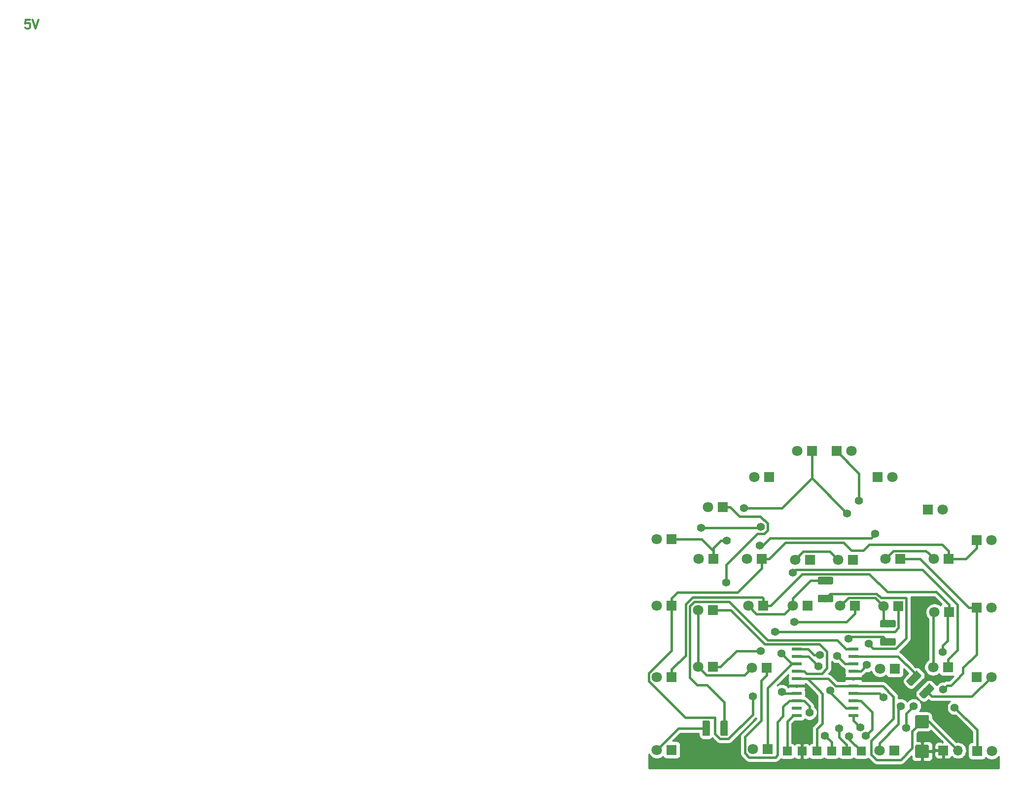
<source format=gtl>
%TF.GenerationSoftware,KiCad,Pcbnew,(5.1.4)-1*%
%TF.CreationDate,2021-08-29T09:46:42+03:00*%
%TF.ProjectId,ark,61726b2e-6b69-4636-9164-5f7063625858,rev?*%
%TF.SameCoordinates,Original*%
%TF.FileFunction,Copper,L1,Top*%
%TF.FilePolarity,Positive*%
%FSLAX46Y46*%
G04 Gerber Fmt 4.6, Leading zero omitted, Abs format (unit mm)*
G04 Created by KiCad (PCBNEW (5.1.4)-1) date 2021-08-29 09:46:42*
%MOMM*%
%LPD*%
G04 APERTURE LIST*
%TA.AperFunction,NonConductor*%
%ADD10C,0.300000*%
%TD*%
%TA.AperFunction,SMDPad,CuDef*%
%ADD11R,1.524000X1.524000*%
%TD*%
%TA.AperFunction,ComponentPad*%
%ADD12R,1.700000X1.700000*%
%TD*%
%TA.AperFunction,ComponentPad*%
%ADD13O,1.700000X1.700000*%
%TD*%
%TA.AperFunction,SMDPad,CuDef*%
%ADD14R,1.750000X0.600000*%
%TD*%
%TA.AperFunction,ComponentPad*%
%ADD15R,1.800000X1.800000*%
%TD*%
%TA.AperFunction,ComponentPad*%
%ADD16C,1.800000*%
%TD*%
%TA.AperFunction,Conductor*%
%ADD17C,0.150000*%
%TD*%
%TA.AperFunction,SMDPad,CuDef*%
%ADD18C,2.250000*%
%TD*%
%TA.AperFunction,SMDPad,CuDef*%
%ADD19C,1.300000*%
%TD*%
%TA.AperFunction,ViaPad*%
%ADD20C,1.400000*%
%TD*%
%TA.AperFunction,Conductor*%
%ADD21C,0.400000*%
%TD*%
%TA.AperFunction,Conductor*%
%ADD22C,0.254000*%
%TD*%
G04 APERTURE END LIST*
D10*
X119983285Y-30674571D02*
X119269000Y-30674571D01*
X119197571Y-31388857D01*
X119269000Y-31317428D01*
X119411857Y-31246000D01*
X119769000Y-31246000D01*
X119911857Y-31317428D01*
X119983285Y-31388857D01*
X120054714Y-31531714D01*
X120054714Y-31888857D01*
X119983285Y-32031714D01*
X119911857Y-32103142D01*
X119769000Y-32174571D01*
X119411857Y-32174571D01*
X119269000Y-32103142D01*
X119197571Y-32031714D01*
X120483285Y-30674571D02*
X120983285Y-32174571D01*
X121483285Y-30674571D01*
D11*
%TO.P,P1,6*%
%TO.N,Net-(IC1-Pad10)*%
X250040000Y-156360000D03*
%TO.P,P1,5*%
%TO.N,GND*%
X252580000Y-156360000D03*
%TO.P,P1,4*%
%TO.N,VCC*%
X255120000Y-156360000D03*
%TO.P,P1,3*%
%TO.N,Net-(D16-Pad1)*%
X257660000Y-156360000D03*
%TO.P,P1,2*%
%TO.N,Net-(IC1-Pad2)*%
X260200000Y-156360000D03*
%TO.P,P1,1*%
%TO.N,Net-(IC1-Pad1)*%
X262740000Y-156360000D03*
%TD*%
D12*
%TO.P,P3,1*%
%TO.N,GND*%
X276830000Y-156240000D03*
D13*
%TO.P,P3,2*%
%TO.N,VCC*%
X279370000Y-156240000D03*
%TD*%
D14*
%TO.P,IC1,20*%
%TO.N,Net-(IC1-Pad20)*%
X261415000Y-138805000D03*
%TO.P,IC1,19*%
%TO.N,Net-(IC1-Pad19)*%
X261415000Y-140075000D03*
%TO.P,IC1,18*%
%TO.N,Net-(IC1-Pad18)*%
X261415000Y-141345000D03*
%TO.P,IC1,17*%
%TO.N,Net-(IC1-Pad17)*%
X261415000Y-142615000D03*
%TO.P,IC1,16*%
%TO.N,GND*%
X261415000Y-143885000D03*
%TO.P,IC1,15*%
%TO.N,VCC*%
X261415000Y-145155000D03*
%TO.P,IC1,14*%
%TO.N,Net-(D1-Pad1)*%
X261415000Y-146425000D03*
%TO.P,IC1,13*%
%TO.N,Net-(D10-Pad1)*%
X261415000Y-147695000D03*
%TO.P,IC1,12*%
%TO.N,Net-(D11-Pad1)*%
X261415000Y-148965000D03*
%TO.P,IC1,11*%
%TO.N,Net-(D12-Pad1)*%
X261415000Y-150235000D03*
%TO.P,IC1,10*%
%TO.N,Net-(IC1-Pad10)*%
X251665000Y-150235000D03*
%TO.P,IC1,9*%
%TO.N,Net-(IC1-Pad9)*%
X251665000Y-148965000D03*
%TO.P,IC1,8*%
%TO.N,Net-(D15-Pad1)*%
X251665000Y-147695000D03*
%TO.P,IC1,7*%
%TO.N,Net-(D14-Pad1)*%
X251665000Y-146425000D03*
%TO.P,IC1,1*%
%TO.N,Net-(IC1-Pad1)*%
X251665000Y-138805000D03*
%TO.P,IC1,2*%
%TO.N,Net-(IC1-Pad2)*%
X251665000Y-140075000D03*
%TO.P,IC1,3*%
%TO.N,Net-(D16-Pad1)*%
X251665000Y-141345000D03*
%TO.P,IC1,4*%
%TO.N,Net-(D13-Pad1)*%
X251665000Y-142615000D03*
%TO.P,IC1,5*%
%TO.N,VCC*%
X251665000Y-143885000D03*
%TO.P,IC1,6*%
%TO.N,GND*%
X251665000Y-145155000D03*
%TD*%
D15*
%TO.P,D29,1*%
%TO.N,Net-(D13-Pad1)*%
X237270000Y-132090000D03*
D16*
%TO.P,D29,2*%
%TO.N,Net-(D25-Pad2)*%
X234730000Y-132090000D03*
%TD*%
D15*
%TO.P,D9,1*%
%TO.N,Net-(D1-Pad1)*%
X265580000Y-109280000D03*
D16*
%TO.P,D9,2*%
%TO.N,Net-(D10-Pad2)*%
X268120000Y-109280000D03*
%TD*%
%TO.P,D11,2*%
%TO.N,Net-(D10-Pad2)*%
X285100000Y-120130000D03*
D15*
%TO.P,D11,1*%
%TO.N,Net-(D11-Pad1)*%
X282560000Y-120130000D03*
%TD*%
%TO.P,D12,1*%
%TO.N,Net-(D12-Pad1)*%
X282560000Y-131690000D03*
D16*
%TO.P,D12,2*%
%TO.N,Net-(D10-Pad2)*%
X285100000Y-131690000D03*
%TD*%
%TO.P,D13,2*%
%TO.N,Net-(D10-Pad2)*%
X285100000Y-143620000D03*
D15*
%TO.P,D13,1*%
%TO.N,Net-(D13-Pad1)*%
X282560000Y-143620000D03*
%TD*%
D16*
%TO.P,D16,2*%
%TO.N,Net-(D10-Pad2)*%
X265960000Y-142200000D03*
D15*
%TO.P,D16,1*%
%TO.N,Net-(D16-Pad1)*%
X268500000Y-142200000D03*
%TD*%
%TO.P,D7,1*%
%TO.N,Net-(D15-Pad1)*%
X254280000Y-104770000D03*
D16*
%TO.P,D7,2*%
%TO.N,Net-(D1-Pad2)*%
X251740000Y-104770000D03*
%TD*%
%TO.P,D6,2*%
%TO.N,Net-(D1-Pad2)*%
X244440000Y-109280000D03*
D15*
%TO.P,D6,1*%
%TO.N,Net-(D14-Pad1)*%
X246980000Y-109280000D03*
%TD*%
D16*
%TO.P,D1,2*%
%TO.N,Net-(D1-Pad2)*%
X227660000Y-156130000D03*
D15*
%TO.P,D1,1*%
%TO.N,Net-(D1-Pad1)*%
X230200000Y-156130000D03*
%TD*%
%TO.P,D3,1*%
%TO.N,Net-(D11-Pad1)*%
X230150000Y-131370000D03*
D16*
%TO.P,D3,2*%
%TO.N,Net-(D1-Pad2)*%
X227610000Y-131370000D03*
%TD*%
%TO.P,D4,2*%
%TO.N,Net-(D1-Pad2)*%
X227630000Y-119960000D03*
D15*
%TO.P,D4,1*%
%TO.N,Net-(D12-Pad1)*%
X230170000Y-119960000D03*
%TD*%
%TO.P,D2,1*%
%TO.N,Net-(D10-Pad1)*%
X230210000Y-143610000D03*
D16*
%TO.P,D2,2*%
%TO.N,Net-(D1-Pad2)*%
X227670000Y-143610000D03*
%TD*%
D15*
%TO.P,D5,1*%
%TO.N,Net-(D13-Pad1)*%
X238970000Y-114430000D03*
D16*
%TO.P,D5,2*%
%TO.N,Net-(D1-Pad2)*%
X236430000Y-114430000D03*
%TD*%
D15*
%TO.P,D14,1*%
%TO.N,Net-(D14-Pad1)*%
X282640000Y-156310000D03*
D16*
%TO.P,D14,2*%
%TO.N,Net-(D10-Pad2)*%
X285180000Y-156310000D03*
%TD*%
D17*
%TO.N,VCC*%
%TO.C,C1*%
G36*
X274159505Y-150156204D02*
G01*
X274183773Y-150159804D01*
X274207572Y-150165765D01*
X274230671Y-150174030D01*
X274252850Y-150184520D01*
X274273893Y-150197132D01*
X274293599Y-150211747D01*
X274311777Y-150228223D01*
X274328253Y-150246401D01*
X274342868Y-150266107D01*
X274355480Y-150287150D01*
X274365970Y-150309329D01*
X274374235Y-150332428D01*
X274380196Y-150356227D01*
X274383796Y-150380495D01*
X274385000Y-150404999D01*
X274385000Y-152155001D01*
X274383796Y-152179505D01*
X274380196Y-152203773D01*
X274374235Y-152227572D01*
X274365970Y-152250671D01*
X274355480Y-152272850D01*
X274342868Y-152293893D01*
X274328253Y-152313599D01*
X274311777Y-152331777D01*
X274293599Y-152348253D01*
X274273893Y-152362868D01*
X274252850Y-152375480D01*
X274230671Y-152385970D01*
X274207572Y-152394235D01*
X274183773Y-152400196D01*
X274159505Y-152403796D01*
X274135001Y-152405000D01*
X272284999Y-152405000D01*
X272260495Y-152403796D01*
X272236227Y-152400196D01*
X272212428Y-152394235D01*
X272189329Y-152385970D01*
X272167150Y-152375480D01*
X272146107Y-152362868D01*
X272126401Y-152348253D01*
X272108223Y-152331777D01*
X272091747Y-152313599D01*
X272077132Y-152293893D01*
X272064520Y-152272850D01*
X272054030Y-152250671D01*
X272045765Y-152227572D01*
X272039804Y-152203773D01*
X272036204Y-152179505D01*
X272035000Y-152155001D01*
X272035000Y-150404999D01*
X272036204Y-150380495D01*
X272039804Y-150356227D01*
X272045765Y-150332428D01*
X272054030Y-150309329D01*
X272064520Y-150287150D01*
X272077132Y-150266107D01*
X272091747Y-150246401D01*
X272108223Y-150228223D01*
X272126401Y-150211747D01*
X272146107Y-150197132D01*
X272167150Y-150184520D01*
X272189329Y-150174030D01*
X272212428Y-150165765D01*
X272236227Y-150159804D01*
X272260495Y-150156204D01*
X272284999Y-150155000D01*
X274135001Y-150155000D01*
X274159505Y-150156204D01*
X274159505Y-150156204D01*
G37*
D18*
%TD*%
%TO.P,C1,1*%
%TO.N,VCC*%
X273210000Y-151280000D03*
D17*
%TO.N,GND*%
%TO.C,C1*%
G36*
X274159505Y-155256204D02*
G01*
X274183773Y-155259804D01*
X274207572Y-155265765D01*
X274230671Y-155274030D01*
X274252850Y-155284520D01*
X274273893Y-155297132D01*
X274293599Y-155311747D01*
X274311777Y-155328223D01*
X274328253Y-155346401D01*
X274342868Y-155366107D01*
X274355480Y-155387150D01*
X274365970Y-155409329D01*
X274374235Y-155432428D01*
X274380196Y-155456227D01*
X274383796Y-155480495D01*
X274385000Y-155504999D01*
X274385000Y-157255001D01*
X274383796Y-157279505D01*
X274380196Y-157303773D01*
X274374235Y-157327572D01*
X274365970Y-157350671D01*
X274355480Y-157372850D01*
X274342868Y-157393893D01*
X274328253Y-157413599D01*
X274311777Y-157431777D01*
X274293599Y-157448253D01*
X274273893Y-157462868D01*
X274252850Y-157475480D01*
X274230671Y-157485970D01*
X274207572Y-157494235D01*
X274183773Y-157500196D01*
X274159505Y-157503796D01*
X274135001Y-157505000D01*
X272284999Y-157505000D01*
X272260495Y-157503796D01*
X272236227Y-157500196D01*
X272212428Y-157494235D01*
X272189329Y-157485970D01*
X272167150Y-157475480D01*
X272146107Y-157462868D01*
X272126401Y-157448253D01*
X272108223Y-157431777D01*
X272091747Y-157413599D01*
X272077132Y-157393893D01*
X272064520Y-157372850D01*
X272054030Y-157350671D01*
X272045765Y-157327572D01*
X272039804Y-157303773D01*
X272036204Y-157279505D01*
X272035000Y-157255001D01*
X272035000Y-155504999D01*
X272036204Y-155480495D01*
X272039804Y-155456227D01*
X272045765Y-155432428D01*
X272054030Y-155409329D01*
X272064520Y-155387150D01*
X272077132Y-155366107D01*
X272091747Y-155346401D01*
X272108223Y-155328223D01*
X272126401Y-155311747D01*
X272146107Y-155297132D01*
X272167150Y-155284520D01*
X272189329Y-155274030D01*
X272212428Y-155265765D01*
X272236227Y-155259804D01*
X272260495Y-155256204D01*
X272284999Y-155255000D01*
X274135001Y-155255000D01*
X274159505Y-155256204D01*
X274159505Y-155256204D01*
G37*
D18*
%TD*%
%TO.P,C1,2*%
%TO.N,GND*%
X273210000Y-156380000D03*
D17*
%TO.N,Net-(IC1-Pad20)*%
%TO.C,R1*%
G36*
X239644504Y-151096204D02*
G01*
X239668773Y-151099804D01*
X239692571Y-151105765D01*
X239715671Y-151114030D01*
X239737849Y-151124520D01*
X239758893Y-151137133D01*
X239778598Y-151151747D01*
X239796777Y-151168223D01*
X239813253Y-151186402D01*
X239827867Y-151206107D01*
X239840480Y-151227151D01*
X239850970Y-151249329D01*
X239859235Y-151272429D01*
X239865196Y-151296227D01*
X239868796Y-151320496D01*
X239870000Y-151345000D01*
X239870000Y-153495000D01*
X239868796Y-153519504D01*
X239865196Y-153543773D01*
X239859235Y-153567571D01*
X239850970Y-153590671D01*
X239840480Y-153612849D01*
X239827867Y-153633893D01*
X239813253Y-153653598D01*
X239796777Y-153671777D01*
X239778598Y-153688253D01*
X239758893Y-153702867D01*
X239737849Y-153715480D01*
X239715671Y-153725970D01*
X239692571Y-153734235D01*
X239668773Y-153740196D01*
X239644504Y-153743796D01*
X239620000Y-153745000D01*
X238820000Y-153745000D01*
X238795496Y-153743796D01*
X238771227Y-153740196D01*
X238747429Y-153734235D01*
X238724329Y-153725970D01*
X238702151Y-153715480D01*
X238681107Y-153702867D01*
X238661402Y-153688253D01*
X238643223Y-153671777D01*
X238626747Y-153653598D01*
X238612133Y-153633893D01*
X238599520Y-153612849D01*
X238589030Y-153590671D01*
X238580765Y-153567571D01*
X238574804Y-153543773D01*
X238571204Y-153519504D01*
X238570000Y-153495000D01*
X238570000Y-151345000D01*
X238571204Y-151320496D01*
X238574804Y-151296227D01*
X238580765Y-151272429D01*
X238589030Y-151249329D01*
X238599520Y-151227151D01*
X238612133Y-151206107D01*
X238626747Y-151186402D01*
X238643223Y-151168223D01*
X238661402Y-151151747D01*
X238681107Y-151137133D01*
X238702151Y-151124520D01*
X238724329Y-151114030D01*
X238747429Y-151105765D01*
X238771227Y-151099804D01*
X238795496Y-151096204D01*
X238820000Y-151095000D01*
X239620000Y-151095000D01*
X239644504Y-151096204D01*
X239644504Y-151096204D01*
G37*
D19*
%TD*%
%TO.P,R1,1*%
%TO.N,Net-(IC1-Pad20)*%
X239220000Y-152420000D03*
D17*
%TO.N,Net-(D1-Pad2)*%
%TO.C,R1*%
G36*
X236544504Y-151096204D02*
G01*
X236568773Y-151099804D01*
X236592571Y-151105765D01*
X236615671Y-151114030D01*
X236637849Y-151124520D01*
X236658893Y-151137133D01*
X236678598Y-151151747D01*
X236696777Y-151168223D01*
X236713253Y-151186402D01*
X236727867Y-151206107D01*
X236740480Y-151227151D01*
X236750970Y-151249329D01*
X236759235Y-151272429D01*
X236765196Y-151296227D01*
X236768796Y-151320496D01*
X236770000Y-151345000D01*
X236770000Y-153495000D01*
X236768796Y-153519504D01*
X236765196Y-153543773D01*
X236759235Y-153567571D01*
X236750970Y-153590671D01*
X236740480Y-153612849D01*
X236727867Y-153633893D01*
X236713253Y-153653598D01*
X236696777Y-153671777D01*
X236678598Y-153688253D01*
X236658893Y-153702867D01*
X236637849Y-153715480D01*
X236615671Y-153725970D01*
X236592571Y-153734235D01*
X236568773Y-153740196D01*
X236544504Y-153743796D01*
X236520000Y-153745000D01*
X235720000Y-153745000D01*
X235695496Y-153743796D01*
X235671227Y-153740196D01*
X235647429Y-153734235D01*
X235624329Y-153725970D01*
X235602151Y-153715480D01*
X235581107Y-153702867D01*
X235561402Y-153688253D01*
X235543223Y-153671777D01*
X235526747Y-153653598D01*
X235512133Y-153633893D01*
X235499520Y-153612849D01*
X235489030Y-153590671D01*
X235480765Y-153567571D01*
X235474804Y-153543773D01*
X235471204Y-153519504D01*
X235470000Y-153495000D01*
X235470000Y-151345000D01*
X235471204Y-151320496D01*
X235474804Y-151296227D01*
X235480765Y-151272429D01*
X235489030Y-151249329D01*
X235499520Y-151227151D01*
X235512133Y-151206107D01*
X235526747Y-151186402D01*
X235543223Y-151168223D01*
X235561402Y-151151747D01*
X235581107Y-151137133D01*
X235602151Y-151124520D01*
X235624329Y-151114030D01*
X235647429Y-151105765D01*
X235671227Y-151099804D01*
X235695496Y-151096204D01*
X235720000Y-151095000D01*
X236520000Y-151095000D01*
X236544504Y-151096204D01*
X236544504Y-151096204D01*
G37*
D19*
%TD*%
%TO.P,R1,2*%
%TO.N,Net-(D1-Pad2)*%
X236120000Y-152420000D03*
D17*
%TO.N,Net-(D10-Pad2)*%
%TO.C,R2*%
G36*
X274487817Y-144734237D02*
G01*
X274512086Y-144737837D01*
X274535884Y-144743798D01*
X274558984Y-144752063D01*
X274581162Y-144762553D01*
X274602206Y-144775166D01*
X274621911Y-144789780D01*
X274640090Y-144806256D01*
X275205776Y-145371942D01*
X275222252Y-145390121D01*
X275236866Y-145409826D01*
X275249479Y-145430870D01*
X275259969Y-145453048D01*
X275268234Y-145476148D01*
X275274195Y-145499946D01*
X275277795Y-145524215D01*
X275278999Y-145548719D01*
X275277795Y-145573223D01*
X275274195Y-145597492D01*
X275268234Y-145621290D01*
X275259969Y-145644390D01*
X275249479Y-145666568D01*
X275236866Y-145687612D01*
X275222252Y-145707317D01*
X275205776Y-145725496D01*
X273685496Y-147245776D01*
X273667317Y-147262252D01*
X273647612Y-147276866D01*
X273626568Y-147289479D01*
X273604390Y-147299969D01*
X273581290Y-147308234D01*
X273557492Y-147314195D01*
X273533223Y-147317795D01*
X273508719Y-147318999D01*
X273484215Y-147317795D01*
X273459946Y-147314195D01*
X273436148Y-147308234D01*
X273413048Y-147299969D01*
X273390870Y-147289479D01*
X273369826Y-147276866D01*
X273350121Y-147262252D01*
X273331942Y-147245776D01*
X272766256Y-146680090D01*
X272749780Y-146661911D01*
X272735166Y-146642206D01*
X272722553Y-146621162D01*
X272712063Y-146598984D01*
X272703798Y-146575884D01*
X272697837Y-146552086D01*
X272694237Y-146527817D01*
X272693033Y-146503313D01*
X272694237Y-146478809D01*
X272697837Y-146454540D01*
X272703798Y-146430742D01*
X272712063Y-146407642D01*
X272722553Y-146385464D01*
X272735166Y-146364420D01*
X272749780Y-146344715D01*
X272766256Y-146326536D01*
X274286536Y-144806256D01*
X274304715Y-144789780D01*
X274324420Y-144775166D01*
X274345464Y-144762553D01*
X274367642Y-144752063D01*
X274390742Y-144743798D01*
X274414540Y-144737837D01*
X274438809Y-144734237D01*
X274463313Y-144733033D01*
X274487817Y-144734237D01*
X274487817Y-144734237D01*
G37*
D19*
%TD*%
%TO.P,R2,2*%
%TO.N,Net-(D10-Pad2)*%
X273986016Y-146026016D03*
D17*
%TO.N,Net-(IC1-Pad19)*%
%TO.C,R2*%
G36*
X272295785Y-142542205D02*
G01*
X272320054Y-142545805D01*
X272343852Y-142551766D01*
X272366952Y-142560031D01*
X272389130Y-142570521D01*
X272410174Y-142583134D01*
X272429879Y-142597748D01*
X272448058Y-142614224D01*
X273013744Y-143179910D01*
X273030220Y-143198089D01*
X273044834Y-143217794D01*
X273057447Y-143238838D01*
X273067937Y-143261016D01*
X273076202Y-143284116D01*
X273082163Y-143307914D01*
X273085763Y-143332183D01*
X273086967Y-143356687D01*
X273085763Y-143381191D01*
X273082163Y-143405460D01*
X273076202Y-143429258D01*
X273067937Y-143452358D01*
X273057447Y-143474536D01*
X273044834Y-143495580D01*
X273030220Y-143515285D01*
X273013744Y-143533464D01*
X271493464Y-145053744D01*
X271475285Y-145070220D01*
X271455580Y-145084834D01*
X271434536Y-145097447D01*
X271412358Y-145107937D01*
X271389258Y-145116202D01*
X271365460Y-145122163D01*
X271341191Y-145125763D01*
X271316687Y-145126967D01*
X271292183Y-145125763D01*
X271267914Y-145122163D01*
X271244116Y-145116202D01*
X271221016Y-145107937D01*
X271198838Y-145097447D01*
X271177794Y-145084834D01*
X271158089Y-145070220D01*
X271139910Y-145053744D01*
X270574224Y-144488058D01*
X270557748Y-144469879D01*
X270543134Y-144450174D01*
X270530521Y-144429130D01*
X270520031Y-144406952D01*
X270511766Y-144383852D01*
X270505805Y-144360054D01*
X270502205Y-144335785D01*
X270501001Y-144311281D01*
X270502205Y-144286777D01*
X270505805Y-144262508D01*
X270511766Y-144238710D01*
X270520031Y-144215610D01*
X270530521Y-144193432D01*
X270543134Y-144172388D01*
X270557748Y-144152683D01*
X270574224Y-144134504D01*
X272094504Y-142614224D01*
X272112683Y-142597748D01*
X272132388Y-142583134D01*
X272153432Y-142570521D01*
X272175610Y-142560031D01*
X272198710Y-142551766D01*
X272222508Y-142545805D01*
X272246777Y-142542205D01*
X272271281Y-142541001D01*
X272295785Y-142542205D01*
X272295785Y-142542205D01*
G37*
D19*
%TD*%
%TO.P,R2,1*%
%TO.N,Net-(IC1-Pad19)*%
X271793984Y-143833984D03*
D17*
%TO.N,Net-(IC1-Pad18)*%
%TO.C,R3*%
G36*
X268439504Y-136921204D02*
G01*
X268463773Y-136924804D01*
X268487571Y-136930765D01*
X268510671Y-136939030D01*
X268532849Y-136949520D01*
X268553893Y-136962133D01*
X268573598Y-136976747D01*
X268591777Y-136993223D01*
X268608253Y-137011402D01*
X268622867Y-137031107D01*
X268635480Y-137052151D01*
X268645970Y-137074329D01*
X268654235Y-137097429D01*
X268660196Y-137121227D01*
X268663796Y-137145496D01*
X268665000Y-137170000D01*
X268665000Y-137970000D01*
X268663796Y-137994504D01*
X268660196Y-138018773D01*
X268654235Y-138042571D01*
X268645970Y-138065671D01*
X268635480Y-138087849D01*
X268622867Y-138108893D01*
X268608253Y-138128598D01*
X268591777Y-138146777D01*
X268573598Y-138163253D01*
X268553893Y-138177867D01*
X268532849Y-138190480D01*
X268510671Y-138200970D01*
X268487571Y-138209235D01*
X268463773Y-138215196D01*
X268439504Y-138218796D01*
X268415000Y-138220000D01*
X266265000Y-138220000D01*
X266240496Y-138218796D01*
X266216227Y-138215196D01*
X266192429Y-138209235D01*
X266169329Y-138200970D01*
X266147151Y-138190480D01*
X266126107Y-138177867D01*
X266106402Y-138163253D01*
X266088223Y-138146777D01*
X266071747Y-138128598D01*
X266057133Y-138108893D01*
X266044520Y-138087849D01*
X266034030Y-138065671D01*
X266025765Y-138042571D01*
X266019804Y-138018773D01*
X266016204Y-137994504D01*
X266015000Y-137970000D01*
X266015000Y-137170000D01*
X266016204Y-137145496D01*
X266019804Y-137121227D01*
X266025765Y-137097429D01*
X266034030Y-137074329D01*
X266044520Y-137052151D01*
X266057133Y-137031107D01*
X266071747Y-137011402D01*
X266088223Y-136993223D01*
X266106402Y-136976747D01*
X266126107Y-136962133D01*
X266147151Y-136949520D01*
X266169329Y-136939030D01*
X266192429Y-136930765D01*
X266216227Y-136924804D01*
X266240496Y-136921204D01*
X266265000Y-136920000D01*
X268415000Y-136920000D01*
X268439504Y-136921204D01*
X268439504Y-136921204D01*
G37*
D19*
%TD*%
%TO.P,R3,1*%
%TO.N,Net-(IC1-Pad18)*%
X267340000Y-137570000D03*
D17*
%TO.N,Net-(D17-Pad2)*%
%TO.C,R3*%
G36*
X268439504Y-133821204D02*
G01*
X268463773Y-133824804D01*
X268487571Y-133830765D01*
X268510671Y-133839030D01*
X268532849Y-133849520D01*
X268553893Y-133862133D01*
X268573598Y-133876747D01*
X268591777Y-133893223D01*
X268608253Y-133911402D01*
X268622867Y-133931107D01*
X268635480Y-133952151D01*
X268645970Y-133974329D01*
X268654235Y-133997429D01*
X268660196Y-134021227D01*
X268663796Y-134045496D01*
X268665000Y-134070000D01*
X268665000Y-134870000D01*
X268663796Y-134894504D01*
X268660196Y-134918773D01*
X268654235Y-134942571D01*
X268645970Y-134965671D01*
X268635480Y-134987849D01*
X268622867Y-135008893D01*
X268608253Y-135028598D01*
X268591777Y-135046777D01*
X268573598Y-135063253D01*
X268553893Y-135077867D01*
X268532849Y-135090480D01*
X268510671Y-135100970D01*
X268487571Y-135109235D01*
X268463773Y-135115196D01*
X268439504Y-135118796D01*
X268415000Y-135120000D01*
X266265000Y-135120000D01*
X266240496Y-135118796D01*
X266216227Y-135115196D01*
X266192429Y-135109235D01*
X266169329Y-135100970D01*
X266147151Y-135090480D01*
X266126107Y-135077867D01*
X266106402Y-135063253D01*
X266088223Y-135046777D01*
X266071747Y-135028598D01*
X266057133Y-135008893D01*
X266044520Y-134987849D01*
X266034030Y-134965671D01*
X266025765Y-134942571D01*
X266019804Y-134918773D01*
X266016204Y-134894504D01*
X266015000Y-134870000D01*
X266015000Y-134070000D01*
X266016204Y-134045496D01*
X266019804Y-134021227D01*
X266025765Y-133997429D01*
X266034030Y-133974329D01*
X266044520Y-133952151D01*
X266057133Y-133931107D01*
X266071747Y-133911402D01*
X266088223Y-133893223D01*
X266106402Y-133876747D01*
X266126107Y-133862133D01*
X266147151Y-133849520D01*
X266169329Y-133839030D01*
X266192429Y-133830765D01*
X266216227Y-133824804D01*
X266240496Y-133821204D01*
X266265000Y-133820000D01*
X268415000Y-133820000D01*
X268439504Y-133821204D01*
X268439504Y-133821204D01*
G37*
D19*
%TD*%
%TO.P,R3,2*%
%TO.N,Net-(D17-Pad2)*%
X267340000Y-134470000D03*
D17*
%TO.N,Net-(D25-Pad2)*%
%TO.C,R4*%
G36*
X257709504Y-126401204D02*
G01*
X257733773Y-126404804D01*
X257757571Y-126410765D01*
X257780671Y-126419030D01*
X257802849Y-126429520D01*
X257823893Y-126442133D01*
X257843598Y-126456747D01*
X257861777Y-126473223D01*
X257878253Y-126491402D01*
X257892867Y-126511107D01*
X257905480Y-126532151D01*
X257915970Y-126554329D01*
X257924235Y-126577429D01*
X257930196Y-126601227D01*
X257933796Y-126625496D01*
X257935000Y-126650000D01*
X257935000Y-127450000D01*
X257933796Y-127474504D01*
X257930196Y-127498773D01*
X257924235Y-127522571D01*
X257915970Y-127545671D01*
X257905480Y-127567849D01*
X257892867Y-127588893D01*
X257878253Y-127608598D01*
X257861777Y-127626777D01*
X257843598Y-127643253D01*
X257823893Y-127657867D01*
X257802849Y-127670480D01*
X257780671Y-127680970D01*
X257757571Y-127689235D01*
X257733773Y-127695196D01*
X257709504Y-127698796D01*
X257685000Y-127700000D01*
X255535000Y-127700000D01*
X255510496Y-127698796D01*
X255486227Y-127695196D01*
X255462429Y-127689235D01*
X255439329Y-127680970D01*
X255417151Y-127670480D01*
X255396107Y-127657867D01*
X255376402Y-127643253D01*
X255358223Y-127626777D01*
X255341747Y-127608598D01*
X255327133Y-127588893D01*
X255314520Y-127567849D01*
X255304030Y-127545671D01*
X255295765Y-127522571D01*
X255289804Y-127498773D01*
X255286204Y-127474504D01*
X255285000Y-127450000D01*
X255285000Y-126650000D01*
X255286204Y-126625496D01*
X255289804Y-126601227D01*
X255295765Y-126577429D01*
X255304030Y-126554329D01*
X255314520Y-126532151D01*
X255327133Y-126511107D01*
X255341747Y-126491402D01*
X255358223Y-126473223D01*
X255376402Y-126456747D01*
X255396107Y-126442133D01*
X255417151Y-126429520D01*
X255439329Y-126419030D01*
X255462429Y-126410765D01*
X255486227Y-126404804D01*
X255510496Y-126401204D01*
X255535000Y-126400000D01*
X257685000Y-126400000D01*
X257709504Y-126401204D01*
X257709504Y-126401204D01*
G37*
D19*
%TD*%
%TO.P,R4,2*%
%TO.N,Net-(D25-Pad2)*%
X256610000Y-127050000D03*
D17*
%TO.N,Net-(IC1-Pad17)*%
%TO.C,R4*%
G36*
X257709504Y-129501204D02*
G01*
X257733773Y-129504804D01*
X257757571Y-129510765D01*
X257780671Y-129519030D01*
X257802849Y-129529520D01*
X257823893Y-129542133D01*
X257843598Y-129556747D01*
X257861777Y-129573223D01*
X257878253Y-129591402D01*
X257892867Y-129611107D01*
X257905480Y-129632151D01*
X257915970Y-129654329D01*
X257924235Y-129677429D01*
X257930196Y-129701227D01*
X257933796Y-129725496D01*
X257935000Y-129750000D01*
X257935000Y-130550000D01*
X257933796Y-130574504D01*
X257930196Y-130598773D01*
X257924235Y-130622571D01*
X257915970Y-130645671D01*
X257905480Y-130667849D01*
X257892867Y-130688893D01*
X257878253Y-130708598D01*
X257861777Y-130726777D01*
X257843598Y-130743253D01*
X257823893Y-130757867D01*
X257802849Y-130770480D01*
X257780671Y-130780970D01*
X257757571Y-130789235D01*
X257733773Y-130795196D01*
X257709504Y-130798796D01*
X257685000Y-130800000D01*
X255535000Y-130800000D01*
X255510496Y-130798796D01*
X255486227Y-130795196D01*
X255462429Y-130789235D01*
X255439329Y-130780970D01*
X255417151Y-130770480D01*
X255396107Y-130757867D01*
X255376402Y-130743253D01*
X255358223Y-130726777D01*
X255341747Y-130708598D01*
X255327133Y-130688893D01*
X255314520Y-130667849D01*
X255304030Y-130645671D01*
X255295765Y-130622571D01*
X255289804Y-130598773D01*
X255286204Y-130574504D01*
X255285000Y-130550000D01*
X255285000Y-129750000D01*
X255286204Y-129725496D01*
X255289804Y-129701227D01*
X255295765Y-129677429D01*
X255304030Y-129654329D01*
X255314520Y-129632151D01*
X255327133Y-129611107D01*
X255341747Y-129591402D01*
X255358223Y-129573223D01*
X255376402Y-129556747D01*
X255396107Y-129542133D01*
X255417151Y-129529520D01*
X255439329Y-129519030D01*
X255462429Y-129510765D01*
X255486227Y-129504804D01*
X255510496Y-129501204D01*
X255535000Y-129500000D01*
X257685000Y-129500000D01*
X257709504Y-129501204D01*
X257709504Y-129501204D01*
G37*
D19*
%TD*%
%TO.P,R4,1*%
%TO.N,Net-(IC1-Pad17)*%
X256610000Y-130150000D03*
D15*
%TO.P,D15,1*%
%TO.N,Net-(D15-Pad1)*%
X268430000Y-156250000D03*
D16*
%TO.P,D15,2*%
%TO.N,Net-(D10-Pad2)*%
X265890000Y-156250000D03*
%TD*%
%TO.P,D17,2*%
%TO.N,Net-(D17-Pad2)*%
X275100000Y-141930000D03*
D15*
%TO.P,D17,1*%
%TO.N,Net-(D1-Pad1)*%
X277640000Y-141930000D03*
%TD*%
%TO.P,D18,1*%
%TO.N,Net-(D10-Pad1)*%
X277850000Y-132480000D03*
D16*
%TO.P,D18,2*%
%TO.N,Net-(D17-Pad2)*%
X275310000Y-132480000D03*
%TD*%
D15*
%TO.P,D19,1*%
%TO.N,Net-(D11-Pad1)*%
X277780000Y-123290000D03*
D16*
%TO.P,D19,2*%
%TO.N,Net-(D17-Pad2)*%
X275240000Y-123290000D03*
%TD*%
D15*
%TO.P,D20,1*%
%TO.N,Net-(D12-Pad1)*%
X269440000Y-123320000D03*
D16*
%TO.P,D20,2*%
%TO.N,Net-(D17-Pad2)*%
X266900000Y-123320000D03*
%TD*%
%TO.P,D21,2*%
%TO.N,Net-(D17-Pad2)*%
X266560000Y-131430000D03*
D15*
%TO.P,D21,1*%
%TO.N,Net-(D13-Pad1)*%
X269100000Y-131430000D03*
%TD*%
D16*
%TO.P,D22,2*%
%TO.N,Net-(D17-Pad2)*%
X259160000Y-131390000D03*
D15*
%TO.P,D22,1*%
%TO.N,Net-(D14-Pad1)*%
X261700000Y-131390000D03*
%TD*%
%TO.P,D23,1*%
%TO.N,Net-(D15-Pad1)*%
X261300000Y-123460000D03*
D16*
%TO.P,D23,2*%
%TO.N,Net-(D17-Pad2)*%
X258760000Y-123460000D03*
%TD*%
%TO.P,D24,2*%
%TO.N,Net-(D17-Pad2)*%
X251400000Y-123460000D03*
D15*
%TO.P,D24,1*%
%TO.N,Net-(D16-Pad1)*%
X253940000Y-123460000D03*
%TD*%
D16*
%TO.P,D25,2*%
%TO.N,Net-(D25-Pad2)*%
X250990000Y-131360000D03*
D15*
%TO.P,D25,1*%
%TO.N,Net-(D1-Pad1)*%
X253530000Y-131360000D03*
%TD*%
%TO.P,D26,1*%
%TO.N,Net-(D10-Pad1)*%
X245890000Y-131360000D03*
D16*
%TO.P,D26,2*%
%TO.N,Net-(D25-Pad2)*%
X243350000Y-131360000D03*
%TD*%
D15*
%TO.P,D27,1*%
%TO.N,Net-(D11-Pad1)*%
X245630000Y-123290000D03*
D16*
%TO.P,D27,2*%
%TO.N,Net-(D25-Pad2)*%
X243090000Y-123290000D03*
%TD*%
%TO.P,D30,2*%
%TO.N,Net-(D25-Pad2)*%
X234750000Y-141890000D03*
D15*
%TO.P,D30,1*%
%TO.N,Net-(D14-Pad1)*%
X237290000Y-141890000D03*
%TD*%
%TO.P,D31,1*%
%TO.N,Net-(D15-Pad1)*%
X246500000Y-142030000D03*
D16*
%TO.P,D31,2*%
%TO.N,Net-(D25-Pad2)*%
X243960000Y-142030000D03*
%TD*%
%TO.P,D8,2*%
%TO.N,Net-(D1-Pad2)*%
X261040000Y-104810000D03*
D15*
%TO.P,D8,1*%
%TO.N,Net-(D16-Pad1)*%
X258500000Y-104810000D03*
%TD*%
%TO.P,D10,1*%
%TO.N,Net-(D10-Pad1)*%
X274190000Y-114880000D03*
D16*
%TO.P,D10,2*%
%TO.N,Net-(D10-Pad2)*%
X276730000Y-114880000D03*
%TD*%
D15*
%TO.P,D28,1*%
%TO.N,Net-(D12-Pad1)*%
X237390000Y-123290000D03*
D16*
%TO.P,D28,2*%
%TO.N,Net-(D25-Pad2)*%
X234850000Y-123290000D03*
%TD*%
D15*
%TO.P,D32,1*%
%TO.N,Net-(D16-Pad1)*%
X246710000Y-156020000D03*
D16*
%TO.P,D32,2*%
%TO.N,Net-(D25-Pad2)*%
X244170000Y-156020000D03*
%TD*%
D20*
%TO.N,Net-(D1-Pad1)*%
X245490000Y-117830000D03*
X235230000Y-117990000D03*
X251030000Y-125710000D03*
X266600000Y-147110000D03*
%TO.N,Net-(D10-Pad1)*%
X263556481Y-153715356D03*
X276740000Y-139329999D03*
%TO.N,Net-(D11-Pad1)*%
X257432613Y-145939671D03*
X244120000Y-146980000D03*
%TO.N,Net-(D12-Pad1)*%
X265140000Y-119040000D03*
X245370000Y-121070000D03*
X239660000Y-120160000D03*
X262630000Y-152290000D03*
X270479756Y-152383624D03*
X271780000Y-148590000D03*
X276814981Y-145740000D03*
%TO.N,Net-(D13-Pad1)*%
X247960000Y-135840000D03*
X239570000Y-127380000D03*
%TO.N,Net-(D14-Pad1)*%
X245540000Y-139110000D03*
X249120000Y-146140000D03*
X278810000Y-148860000D03*
X251220000Y-134170000D03*
%TO.N,Net-(D15-Pad1)*%
X260300000Y-115490000D03*
X253880000Y-149720000D03*
X242640000Y-114610000D03*
%TO.N,Net-(D16-Pad1)*%
X262380000Y-113340000D03*
X249080000Y-139580000D03*
X256540000Y-153670000D03*
%TO.N,Net-(D10-Pad2)*%
X269510000Y-148590000D03*
%TO.N,Net-(IC1-Pad17)*%
X264040000Y-137920000D03*
X263740000Y-141550000D03*
%TO.N,Net-(IC1-Pad18)*%
X260580000Y-137040000D03*
X258620000Y-139960000D03*
%TO.N,Net-(IC1-Pad1)*%
X255650000Y-139820000D03*
X260650000Y-153780000D03*
%TO.N,Net-(IC1-Pad2)*%
X258960000Y-152410000D03*
X255410000Y-141810000D03*
%TD*%
D21*
%TO.N,Net-(D1-Pad1)*%
X245330000Y-117990000D02*
X245490000Y-117830000D01*
X235230000Y-117990000D02*
X245330000Y-117990000D01*
X277640000Y-140630000D02*
X279250001Y-139019999D01*
X277640000Y-141930000D02*
X277640000Y-140630000D01*
X279250001Y-139019999D02*
X279250001Y-131179999D01*
X273269982Y-125199980D02*
X251540020Y-125199980D01*
X279250001Y-131179999D02*
X273269982Y-125199980D01*
X251540020Y-125199980D02*
X251030000Y-125710000D01*
X265915000Y-146425000D02*
X266600000Y-147110000D01*
X261415000Y-146425000D02*
X265915000Y-146425000D01*
%TO.N,Net-(D1-Pad2)*%
X231370000Y-152420000D02*
X227660000Y-156130000D01*
X236120000Y-152420000D02*
X231370000Y-152420000D01*
%TO.N,Net-(D10-Pad1)*%
X245789999Y-129959999D02*
X245890000Y-130060000D01*
X233798036Y-129959999D02*
X245789999Y-129959999D01*
X245890000Y-130060000D02*
X245890000Y-131360000D01*
X232629989Y-131128046D02*
X233798036Y-129959999D01*
X232629989Y-139890011D02*
X232629989Y-131128046D01*
X230210000Y-142310000D02*
X232629989Y-139890011D01*
X230210000Y-143610000D02*
X230210000Y-142310000D01*
X277850000Y-131180000D02*
X277850000Y-132480000D01*
X245890000Y-131360000D02*
X247190000Y-131360000D01*
X247190000Y-131360000D02*
X252650010Y-125899990D01*
X252650010Y-125899990D02*
X264130010Y-125899990D01*
X264130010Y-125899990D02*
X267230010Y-128999990D01*
X267230010Y-128999990D02*
X275669990Y-128999990D01*
X275669990Y-128999990D02*
X277850000Y-131180000D01*
X264638503Y-152633334D02*
X263556481Y-153715356D01*
X264638503Y-149643503D02*
X264638503Y-152633334D01*
X261415000Y-147695000D02*
X262690000Y-147695000D01*
X262690000Y-147695000D02*
X264638503Y-149643503D01*
X277620000Y-132710000D02*
X277850000Y-132480000D01*
X277620000Y-137350000D02*
X277620000Y-132710000D01*
X276740000Y-138230000D02*
X277620000Y-137350000D01*
X276740000Y-139329999D02*
X276740000Y-138230000D01*
%TO.N,Net-(D11-Pad1)*%
X282560000Y-121430000D02*
X282560000Y-120130000D01*
X280700000Y-123290000D02*
X282560000Y-121430000D01*
X277780000Y-123290000D02*
X280700000Y-123290000D01*
X246930000Y-123290000D02*
X245630000Y-123290000D01*
X230150000Y-131370000D02*
X230150000Y-130070000D01*
X230150000Y-130070000D02*
X231180000Y-129040000D01*
X231180000Y-129040000D02*
X241490000Y-129040000D01*
X245630000Y-124900000D02*
X245630000Y-123290000D01*
X241490000Y-129040000D02*
X245630000Y-124900000D01*
X277780000Y-121990000D02*
X276660000Y-120870000D01*
X277780000Y-123290000D02*
X277780000Y-121990000D01*
X264159998Y-120870000D02*
X263139999Y-121889999D01*
X276660000Y-120870000D02*
X264159998Y-120870000D01*
X246930000Y-123290000D02*
X249700000Y-120520000D01*
X259750002Y-120520000D02*
X261120001Y-121889999D01*
X249700000Y-120520000D02*
X259750002Y-120520000D01*
X263139999Y-121889999D02*
X261120001Y-121889999D01*
X257432613Y-146257613D02*
X257432613Y-145939671D01*
X261415000Y-148965000D02*
X260140000Y-148965000D01*
X260140000Y-148965000D02*
X257432613Y-146257613D01*
X244120000Y-147969949D02*
X244120000Y-146980000D01*
X244120000Y-150055678D02*
X244120000Y-147969949D01*
X239930668Y-154245010D02*
X244120000Y-150055678D01*
X238509332Y-154245010D02*
X239930668Y-154245010D01*
X237630648Y-153366326D02*
X238509332Y-154245010D01*
X230150000Y-131370000D02*
X230150000Y-139057998D01*
X230150000Y-139057998D02*
X226269999Y-142937999D01*
X226269999Y-142937999D02*
X226269999Y-144282001D01*
X226269999Y-144282001D02*
X232582988Y-150594990D01*
X232582988Y-150594990D02*
X237630648Y-150594990D01*
X237630648Y-150594990D02*
X237630648Y-153366326D01*
%TO.N,Net-(D12-Pad1)*%
X231470000Y-119960000D02*
X230170000Y-119960000D01*
X235360000Y-119960000D02*
X231470000Y-119960000D01*
X237390000Y-121990000D02*
X235360000Y-119960000D01*
X270740000Y-123320000D02*
X269440000Y-123320000D01*
X272890000Y-123320000D02*
X270740000Y-123320000D01*
X281260000Y-131690000D02*
X272890000Y-123320000D01*
X282560000Y-131690000D02*
X281260000Y-131690000D01*
X264440001Y-119739999D02*
X247140001Y-119739999D01*
X265140000Y-119040000D02*
X264440001Y-119739999D01*
X247140001Y-119739999D02*
X245810000Y-121070000D01*
X245810000Y-121070000D02*
X245370000Y-121070000D01*
X237390000Y-121990000D02*
X237390000Y-123290000D01*
X237390000Y-121440051D02*
X237390000Y-121990000D01*
X238670051Y-120160000D02*
X237390000Y-121440051D01*
X239660000Y-120160000D02*
X238670051Y-120160000D01*
X261415000Y-151075000D02*
X262630000Y-152290000D01*
X261415000Y-150235000D02*
X261415000Y-151075000D01*
X282560000Y-139710002D02*
X282560000Y-131690000D01*
X279110000Y-144140000D02*
X280255001Y-142994999D01*
X280255001Y-142994999D02*
X280255001Y-142015001D01*
X280255001Y-142015001D02*
X282560000Y-139710002D01*
X278209999Y-145040001D02*
X279110000Y-144140000D01*
X277514980Y-145040001D02*
X278209999Y-145040001D01*
X276814981Y-145740000D02*
X277514980Y-145040001D01*
X270479756Y-149890244D02*
X270479756Y-152383624D01*
X271780000Y-148590000D02*
X270479756Y-149890244D01*
%TO.N,Net-(D13-Pad1)*%
X252940000Y-142615000D02*
X251665000Y-142615000D01*
X253335001Y-143010001D02*
X252940000Y-142615000D01*
X255986001Y-143010001D02*
X253335001Y-143010001D01*
X256850001Y-142146001D02*
X255986001Y-143010001D01*
X256850001Y-139243999D02*
X256850001Y-142146001D01*
X255611001Y-138004999D02*
X256850001Y-139243999D01*
X246211001Y-138004999D02*
X255611001Y-138004999D01*
X240296002Y-132090000D02*
X246211001Y-138004999D01*
X237270000Y-132090000D02*
X240296002Y-132090000D01*
X268505678Y-135840000D02*
X247960000Y-135840000D01*
X269165010Y-135180668D02*
X268505678Y-135840000D01*
X269165010Y-132795010D02*
X269165010Y-135180668D01*
X269100000Y-131430000D02*
X269100000Y-132730000D01*
X269100000Y-132730000D02*
X269165010Y-132795010D01*
X244913999Y-119030001D02*
X239570000Y-124374000D01*
X246066001Y-119030001D02*
X244913999Y-119030001D01*
X240270000Y-114430000D02*
X241848989Y-116008989D01*
X238970000Y-114430000D02*
X240270000Y-114430000D01*
X239570000Y-124374000D02*
X239570000Y-127380000D01*
X241848989Y-116008989D02*
X245444991Y-116008989D01*
X245444991Y-116008989D02*
X246690001Y-117253999D01*
X246690001Y-117253999D02*
X246690001Y-118406001D01*
X246690001Y-118406001D02*
X246066001Y-119030001D01*
%TO.N,Net-(D14-Pad1)*%
X241370000Y-139110000D02*
X245540000Y-139110000D01*
X237290000Y-141890000D02*
X238590000Y-141890000D01*
X238590000Y-141890000D02*
X241370000Y-139110000D01*
X249405000Y-146425000D02*
X249120000Y-146140000D01*
X251665000Y-146425000D02*
X249405000Y-146425000D01*
X282640000Y-156310000D02*
X282640000Y-152690000D01*
X282640000Y-152690000D02*
X278810000Y-148860000D01*
X261700000Y-132690000D02*
X261700000Y-131390000D01*
X260220000Y-134170000D02*
X261700000Y-132690000D01*
X251220000Y-134170000D02*
X260220000Y-134170000D01*
%TO.N,Net-(D15-Pad1)*%
X254280000Y-109470000D02*
X254280000Y-104770000D01*
X260300000Y-115490000D02*
X254280000Y-109470000D01*
X250390000Y-147695000D02*
X251665000Y-147695000D01*
X249339990Y-148745010D02*
X250390000Y-147695000D01*
X242769999Y-156692001D02*
X243497999Y-157420001D01*
X243497999Y-157420001D02*
X248010001Y-157420001D01*
X248390001Y-151299979D02*
X249339990Y-150349990D01*
X248390001Y-157040001D02*
X248390001Y-151299979D01*
X249339990Y-150349990D02*
X249339990Y-148745010D01*
X248010001Y-157420001D02*
X248390001Y-157040001D01*
X252940000Y-147695000D02*
X251665000Y-147695000D01*
X253880000Y-148635000D02*
X252940000Y-147695000D01*
X253880000Y-149720000D02*
X253880000Y-148635000D01*
X249140000Y-114610000D02*
X254280000Y-109470000D01*
X242640000Y-114610000D02*
X249140000Y-114610000D01*
X246500000Y-143330000D02*
X246500000Y-142030000D01*
X245560000Y-144270000D02*
X246500000Y-143330000D01*
X245560000Y-151100000D02*
X245560000Y-144270000D01*
X242769999Y-153890001D02*
X245560000Y-151100000D01*
X242769999Y-155330001D02*
X242769999Y-153890001D01*
X242769999Y-155330001D02*
X242769999Y-156692001D01*
%TO.N,Net-(D16-Pad1)*%
X246710000Y-154720000D02*
X246710000Y-156020000D01*
X246710000Y-145494998D02*
X246710000Y-154720000D01*
X250859998Y-141345000D02*
X246710000Y-145494998D01*
X251665000Y-141345000D02*
X250859998Y-141345000D01*
X262380000Y-108690000D02*
X258500000Y-104810000D01*
X262380000Y-113340000D02*
X262380000Y-108690000D01*
X251665000Y-141345000D02*
X250845000Y-141345000D01*
X250845000Y-141345000D02*
X249080000Y-139580000D01*
X257660000Y-156360000D02*
X257660000Y-154790000D01*
X257660000Y-154790000D02*
X256540000Y-153670000D01*
%TO.N,Net-(D10-Pad2)*%
X265890000Y-156250000D02*
X265890000Y-154977208D01*
X265890000Y-154977208D02*
X269159999Y-151707209D01*
X274900000Y-146940000D02*
X273986016Y-146026016D01*
X285100000Y-143620000D02*
X281780000Y-146940000D01*
X281780000Y-146940000D02*
X274900000Y-146940000D01*
X269159999Y-148940001D02*
X269510000Y-148590000D01*
X269159999Y-149779999D02*
X269159999Y-148940001D01*
X269159999Y-151707209D02*
X269159999Y-149779999D01*
%TO.N,Net-(D17-Pad2)*%
X266560000Y-133690000D02*
X267340000Y-134470000D01*
X266560000Y-131430000D02*
X266560000Y-133690000D01*
X274340001Y-122390001D02*
X275240000Y-123290000D01*
X273869999Y-121919999D02*
X274340001Y-122390001D01*
X268300001Y-121919999D02*
X273869999Y-121919999D01*
X266900000Y-123320000D02*
X268300001Y-121919999D01*
X257860001Y-122560001D02*
X258760000Y-123460000D01*
X257359999Y-122059999D02*
X257860001Y-122560001D01*
X252800001Y-122059999D02*
X257359999Y-122059999D01*
X251400000Y-123460000D02*
X252800001Y-122059999D01*
X265660001Y-130530001D02*
X266560000Y-131430000D01*
X265119999Y-129989999D02*
X265660001Y-130530001D01*
X260560001Y-129989999D02*
X265119999Y-129989999D01*
X259160000Y-131390000D02*
X260560001Y-129989999D01*
X275100000Y-132690000D02*
X275310000Y-132480000D01*
X275100000Y-141930000D02*
X275100000Y-132690000D01*
%TO.N,Net-(D25-Pad2)*%
X255185000Y-127050000D02*
X256610000Y-127050000D01*
X254027208Y-127050000D02*
X255185000Y-127050000D01*
X250990000Y-130087208D02*
X254027208Y-127050000D01*
X250990000Y-131360000D02*
X250990000Y-130087208D01*
X250090001Y-132259999D02*
X250990000Y-131360000D01*
X249589999Y-132760001D02*
X250090001Y-132259999D01*
X244750001Y-132760001D02*
X249589999Y-132760001D01*
X243350000Y-131360000D02*
X244750001Y-132760001D01*
X234750000Y-132110000D02*
X234730000Y-132090000D01*
X234750000Y-141890000D02*
X234750000Y-132110000D01*
X243060001Y-142929999D02*
X243960000Y-142030000D01*
X242699999Y-143290001D02*
X243060001Y-142929999D01*
X236150001Y-143290001D02*
X242699999Y-143290001D01*
X234750000Y-141890000D02*
X236150001Y-143290001D01*
%TO.N,Net-(IC1-Pad17)*%
X264840010Y-138720010D02*
X264040000Y-137920000D01*
X270500001Y-136945677D02*
X268725668Y-138720010D01*
X257470011Y-129289989D02*
X265409952Y-129289989D01*
X268725668Y-138720010D02*
X264840010Y-138720010D01*
X256610000Y-130150000D02*
X257470011Y-129289989D01*
X265409952Y-129289989D02*
X266149962Y-130029999D01*
X266149962Y-130029999D02*
X270400001Y-130029999D01*
X270400001Y-130029999D02*
X270500001Y-130129999D01*
X270500001Y-130129999D02*
X270500001Y-136945677D01*
X262675000Y-142615000D02*
X261415000Y-142615000D01*
X263740000Y-141550000D02*
X262675000Y-142615000D01*
%TO.N,Net-(IC1-Pad18)*%
X260900001Y-136719999D02*
X260580000Y-137040000D01*
X267340000Y-137570000D02*
X266489999Y-136719999D01*
X266489999Y-136719999D02*
X260900001Y-136719999D01*
X260005000Y-141345000D02*
X261415000Y-141345000D01*
X258620000Y-139960000D02*
X260005000Y-141345000D01*
%TO.N,Net-(IC1-Pad19)*%
X271793984Y-142814744D02*
X271793984Y-143833984D01*
X271793984Y-142793982D02*
X271793984Y-142814744D01*
X269075002Y-140075000D02*
X271793984Y-142793982D01*
X261415000Y-140075000D02*
X269075002Y-140075000D01*
%TO.N,Net-(IC1-Pad20)*%
X260140000Y-138805000D02*
X261415000Y-138805000D01*
X258639989Y-137304989D02*
X260140000Y-138805000D01*
X246654989Y-137304989D02*
X258639989Y-137304989D01*
X240039999Y-130689999D02*
X246654989Y-137304989D01*
X234057999Y-130689999D02*
X240039999Y-130689999D01*
X233329999Y-131417999D02*
X234057999Y-130689999D01*
X239220000Y-152420000D02*
X239220000Y-147960000D01*
X239220000Y-147960000D02*
X236240000Y-144980000D01*
X234580000Y-144980000D02*
X233329999Y-143729999D01*
X236240000Y-144980000D02*
X234580000Y-144980000D01*
X233329999Y-143729999D02*
X233329999Y-131417999D01*
%TO.N,Net-(IC1-Pad1)*%
X252940000Y-138805000D02*
X251665000Y-138805000D01*
X253645051Y-138805000D02*
X252940000Y-138805000D01*
X254660051Y-139820000D02*
X253645051Y-138805000D01*
X255650000Y-139820000D02*
X254660051Y-139820000D01*
X260650000Y-154270000D02*
X262740000Y-156360000D01*
X260650000Y-153780000D02*
X260650000Y-154270000D01*
%TO.N,Net-(IC1-Pad2)*%
X255410000Y-141810000D02*
X253675000Y-140075000D01*
X253675000Y-140075000D02*
X251665000Y-140075000D01*
X258960000Y-153399949D02*
X258960000Y-152410000D01*
X258960000Y-153958000D02*
X258960000Y-153399949D01*
X260200000Y-155198000D02*
X258960000Y-153958000D01*
X260200000Y-156360000D02*
X260200000Y-155198000D01*
%TO.N,Net-(IC1-Pad10)*%
X251090000Y-150235000D02*
X251665000Y-150235000D01*
X250040000Y-151285000D02*
X251090000Y-150235000D01*
X250040000Y-156360000D02*
X250040000Y-151285000D01*
%TO.N,VCC*%
X261415000Y-145155000D02*
X258345000Y-145155000D01*
X258345000Y-145155000D02*
X257075000Y-143885000D01*
X274410000Y-151280000D02*
X273210000Y-151280000D01*
X279370000Y-156240000D02*
X274410000Y-151280000D01*
X266465000Y-145155000D02*
X261415000Y-145155000D01*
X268310000Y-147000000D02*
X266465000Y-145155000D01*
X268310000Y-150750000D02*
X268310000Y-147000000D01*
X264489999Y-154570001D02*
X268310000Y-150750000D01*
X273210000Y-151280000D02*
X271534990Y-152955010D01*
X271534990Y-155845012D02*
X269519001Y-157861001D01*
X271534990Y-152955010D02*
X271534990Y-155845012D01*
X269519001Y-157861001D02*
X265428999Y-157861001D01*
X265428999Y-157861001D02*
X264489999Y-156922001D01*
X264489999Y-156922001D02*
X264489999Y-154570001D01*
X257075000Y-143885000D02*
X254865000Y-143885000D01*
X254865000Y-143885000D02*
X254425000Y-143885000D01*
X253515000Y-143885000D02*
X251665000Y-143885000D01*
X254425000Y-143885000D02*
X253515000Y-143885000D01*
X255475000Y-145845000D02*
X253515000Y-143885000D01*
X256110000Y-146480000D02*
X255475000Y-145845000D01*
X256110000Y-151560000D02*
X256110000Y-146480000D01*
X255120000Y-152550000D02*
X256110000Y-151560000D01*
X255120000Y-156360000D02*
X255120000Y-152550000D01*
%TD*%
D22*
%TO.N,GND*%
G36*
X276564248Y-131075116D02*
G01*
X276498815Y-131128815D01*
X276419463Y-131225506D01*
X276360498Y-131335820D01*
X276354944Y-131354127D01*
X276288505Y-131287688D01*
X276037095Y-131119701D01*
X275757743Y-131003989D01*
X275461184Y-130945000D01*
X275158816Y-130945000D01*
X274862257Y-131003989D01*
X274582905Y-131119701D01*
X274331495Y-131287688D01*
X274117688Y-131501495D01*
X273949701Y-131752905D01*
X273833989Y-132032257D01*
X273775000Y-132328816D01*
X273775000Y-132631184D01*
X273833989Y-132927743D01*
X273949701Y-133207095D01*
X274117688Y-133458505D01*
X274265001Y-133605818D01*
X274265000Y-140641801D01*
X274121495Y-140737688D01*
X273907688Y-140951495D01*
X273739701Y-141202905D01*
X273623989Y-141482257D01*
X273565000Y-141778816D01*
X273565000Y-142081184D01*
X273623989Y-142377743D01*
X273739701Y-142657095D01*
X273907688Y-142908505D01*
X274121495Y-143122312D01*
X274372905Y-143290299D01*
X274652257Y-143406011D01*
X274948816Y-143465000D01*
X275251184Y-143465000D01*
X275547743Y-143406011D01*
X275827095Y-143290299D01*
X276078505Y-143122312D01*
X276144944Y-143055873D01*
X276150498Y-143074180D01*
X276209463Y-143184494D01*
X276288815Y-143281185D01*
X276385506Y-143360537D01*
X276495820Y-143419502D01*
X276615518Y-143455812D01*
X276740000Y-143468072D01*
X278540000Y-143468072D01*
X278607732Y-143461401D01*
X278548581Y-143520552D01*
X278548570Y-143520561D01*
X277864131Y-144205001D01*
X277555998Y-144205001D01*
X277514979Y-144200961D01*
X277352865Y-144216928D01*
X277351291Y-144217083D01*
X277193893Y-144264829D01*
X277048834Y-144342365D01*
X276967432Y-144409170D01*
X276946467Y-144405000D01*
X276683495Y-144405000D01*
X276425576Y-144456304D01*
X276182622Y-144556939D01*
X275963968Y-144703038D01*
X275778019Y-144888987D01*
X275711989Y-144987809D01*
X275656961Y-144920757D01*
X275091275Y-144355071D01*
X274956699Y-144244628D01*
X274803163Y-144162561D01*
X274636567Y-144112025D01*
X274463313Y-144094961D01*
X274290059Y-144112025D01*
X274123463Y-144162561D01*
X273969927Y-144244628D01*
X273835351Y-144355071D01*
X272315071Y-145875351D01*
X272204628Y-146009927D01*
X272122561Y-146163463D01*
X272072025Y-146330059D01*
X272054961Y-146503313D01*
X272072025Y-146676567D01*
X272122561Y-146843163D01*
X272204628Y-146996699D01*
X272315071Y-147131275D01*
X272880757Y-147696961D01*
X273015333Y-147807404D01*
X273168869Y-147889471D01*
X273335465Y-147940007D01*
X273508719Y-147957071D01*
X273681973Y-147940007D01*
X273848569Y-147889471D01*
X274002105Y-147807404D01*
X274136681Y-147696961D01*
X274303843Y-147529799D01*
X274306709Y-147533291D01*
X274338568Y-147559437D01*
X274338570Y-147559439D01*
X274370023Y-147585251D01*
X274433854Y-147637636D01*
X274578913Y-147715172D01*
X274736311Y-147762918D01*
X274858981Y-147775000D01*
X274858982Y-147775000D01*
X274900000Y-147779040D01*
X274941018Y-147775000D01*
X278030881Y-147775000D01*
X277958987Y-147823038D01*
X277773038Y-148008987D01*
X277626939Y-148227641D01*
X277526304Y-148470595D01*
X277475000Y-148728514D01*
X277475000Y-148991486D01*
X277526304Y-149249405D01*
X277626939Y-149492359D01*
X277773038Y-149711013D01*
X277958987Y-149896962D01*
X278177641Y-150043061D01*
X278420595Y-150143696D01*
X278678514Y-150195000D01*
X278941486Y-150195000D01*
X278960375Y-150191243D01*
X281805001Y-153035870D01*
X281805000Y-154771928D01*
X281740000Y-154771928D01*
X281615518Y-154784188D01*
X281495820Y-154820498D01*
X281385506Y-154879463D01*
X281288815Y-154958815D01*
X281209463Y-155055506D01*
X281150498Y-155165820D01*
X281114188Y-155285518D01*
X281101928Y-155410000D01*
X281101928Y-157210000D01*
X281114188Y-157334482D01*
X281150498Y-157454180D01*
X281209463Y-157564494D01*
X281288815Y-157661185D01*
X281385506Y-157740537D01*
X281495820Y-157799502D01*
X281615518Y-157835812D01*
X281740000Y-157848072D01*
X283540000Y-157848072D01*
X283664482Y-157835812D01*
X283784180Y-157799502D01*
X283894494Y-157740537D01*
X283991185Y-157661185D01*
X284070537Y-157564494D01*
X284129502Y-157454180D01*
X284135056Y-157435873D01*
X284201495Y-157502312D01*
X284452905Y-157670299D01*
X284732257Y-157786011D01*
X285028816Y-157845000D01*
X285331184Y-157845000D01*
X285627743Y-157786011D01*
X285907095Y-157670299D01*
X286158505Y-157502312D01*
X286372312Y-157288505D01*
X286386313Y-157267552D01*
X286385327Y-159335000D01*
X226314511Y-159335000D01*
X226312757Y-156876634D01*
X226467688Y-157108505D01*
X226681495Y-157322312D01*
X226932905Y-157490299D01*
X227212257Y-157606011D01*
X227508816Y-157665000D01*
X227811184Y-157665000D01*
X228107743Y-157606011D01*
X228387095Y-157490299D01*
X228638505Y-157322312D01*
X228704944Y-157255873D01*
X228710498Y-157274180D01*
X228769463Y-157384494D01*
X228848815Y-157481185D01*
X228945506Y-157560537D01*
X229055820Y-157619502D01*
X229175518Y-157655812D01*
X229300000Y-157668072D01*
X231100000Y-157668072D01*
X231224482Y-157655812D01*
X231344180Y-157619502D01*
X231454494Y-157560537D01*
X231551185Y-157481185D01*
X231630537Y-157384494D01*
X231689502Y-157274180D01*
X231725812Y-157154482D01*
X231738072Y-157030000D01*
X231738072Y-155230000D01*
X231725812Y-155105518D01*
X231689502Y-154985820D01*
X231630537Y-154875506D01*
X231551185Y-154778815D01*
X231454494Y-154699463D01*
X231344180Y-154640498D01*
X231224482Y-154604188D01*
X231100000Y-154591928D01*
X230378940Y-154591928D01*
X231715868Y-153255000D01*
X234831928Y-153255000D01*
X234831928Y-153495000D01*
X234848992Y-153668254D01*
X234899528Y-153834850D01*
X234981595Y-153988386D01*
X235092038Y-154122962D01*
X235226614Y-154233405D01*
X235380150Y-154315472D01*
X235546746Y-154366008D01*
X235720000Y-154383072D01*
X236520000Y-154383072D01*
X236693254Y-154366008D01*
X236859850Y-154315472D01*
X237013386Y-154233405D01*
X237147962Y-154122962D01*
X237174311Y-154090856D01*
X237889895Y-154806442D01*
X237916041Y-154838301D01*
X237947900Y-154864447D01*
X237947902Y-154864449D01*
X238043186Y-154942646D01*
X238188245Y-155020182D01*
X238345643Y-155067928D01*
X238509332Y-155084050D01*
X238550350Y-155080010D01*
X239889650Y-155080010D01*
X239930668Y-155084050D01*
X239971686Y-155080010D01*
X239971687Y-155080010D01*
X240094357Y-155067928D01*
X240251755Y-155020182D01*
X240396814Y-154942646D01*
X240523959Y-154838301D01*
X240550114Y-154806431D01*
X244681428Y-150675118D01*
X244713291Y-150648969D01*
X244725000Y-150634701D01*
X244725000Y-150754132D01*
X242208573Y-153270560D01*
X242176709Y-153296710D01*
X242120903Y-153364710D01*
X242072363Y-153423856D01*
X241994827Y-153568915D01*
X241947081Y-153726313D01*
X241930959Y-153890001D01*
X241935000Y-153931029D01*
X241934999Y-155288982D01*
X241934999Y-155288983D01*
X241935000Y-156650973D01*
X241930959Y-156692001D01*
X241947081Y-156855689D01*
X241994827Y-157013087D01*
X242067496Y-157149040D01*
X242072364Y-157158147D01*
X242176709Y-157285292D01*
X242208573Y-157311442D01*
X242878557Y-157981427D01*
X242904708Y-158013292D01*
X243031853Y-158117637D01*
X243176912Y-158195173D01*
X243334310Y-158242919D01*
X243456980Y-158255001D01*
X243456990Y-158255001D01*
X243497998Y-158259040D01*
X243539006Y-158255001D01*
X247968983Y-158255001D01*
X248010001Y-158259041D01*
X248051019Y-158255001D01*
X248051020Y-158255001D01*
X248173690Y-158242919D01*
X248331088Y-158195173D01*
X248476147Y-158117637D01*
X248603292Y-158013292D01*
X248629447Y-157981422D01*
X248946201Y-157664668D01*
X249033820Y-157711502D01*
X249153518Y-157747812D01*
X249278000Y-157760072D01*
X250802000Y-157760072D01*
X250926482Y-157747812D01*
X251046180Y-157711502D01*
X251156494Y-157652537D01*
X251253185Y-157573185D01*
X251310000Y-157503956D01*
X251366815Y-157573185D01*
X251463506Y-157652537D01*
X251573820Y-157711502D01*
X251693518Y-157747812D01*
X251818000Y-157760072D01*
X252294250Y-157757000D01*
X252453000Y-157598250D01*
X252453000Y-156487000D01*
X252433000Y-156487000D01*
X252433000Y-156233000D01*
X252453000Y-156233000D01*
X252453000Y-155121750D01*
X252294250Y-154963000D01*
X251818000Y-154959928D01*
X251693518Y-154972188D01*
X251573820Y-155008498D01*
X251463506Y-155067463D01*
X251366815Y-155146815D01*
X251310000Y-155216044D01*
X251253185Y-155146815D01*
X251156494Y-155067463D01*
X251046180Y-155008498D01*
X250926482Y-154972188D01*
X250875000Y-154967118D01*
X250875000Y-151630867D01*
X251332796Y-151173072D01*
X252540000Y-151173072D01*
X252664482Y-151160812D01*
X252784180Y-151124502D01*
X252894494Y-151065537D01*
X252991185Y-150986185D01*
X253070537Y-150889494D01*
X253111801Y-150812296D01*
X253247641Y-150903061D01*
X253490595Y-151003696D01*
X253748514Y-151055000D01*
X254011486Y-151055000D01*
X254269405Y-151003696D01*
X254512359Y-150903061D01*
X254731013Y-150756962D01*
X254916962Y-150571013D01*
X255063061Y-150352359D01*
X255163696Y-150109405D01*
X255215000Y-149851486D01*
X255215000Y-149588514D01*
X255163696Y-149330595D01*
X255063061Y-149087641D01*
X254916962Y-148868987D01*
X254731013Y-148683038D01*
X254715340Y-148672566D01*
X254719040Y-148635000D01*
X254703169Y-148473856D01*
X254702918Y-148471311D01*
X254655172Y-148313913D01*
X254577636Y-148168854D01*
X254548734Y-148133637D01*
X254499439Y-148073570D01*
X254499437Y-148073568D01*
X254473291Y-148041709D01*
X254441432Y-148015563D01*
X253559445Y-147133578D01*
X253533291Y-147101709D01*
X253406146Y-146997364D01*
X253261087Y-146919828D01*
X253154299Y-146887434D01*
X253165812Y-146849482D01*
X253178072Y-146725000D01*
X253178072Y-146125000D01*
X253165812Y-146000518D01*
X253129502Y-145880820D01*
X253080957Y-145790000D01*
X253129502Y-145699180D01*
X253165812Y-145579482D01*
X253178072Y-145455000D01*
X253175000Y-145440750D01*
X253016250Y-145282000D01*
X251792000Y-145282000D01*
X251792000Y-145302000D01*
X251538000Y-145302000D01*
X251538000Y-145282000D01*
X250313750Y-145282000D01*
X250216964Y-145378786D01*
X250156962Y-145288987D01*
X249971013Y-145103038D01*
X249752359Y-144956939D01*
X249509405Y-144856304D01*
X249251486Y-144805000D01*
X248988514Y-144805000D01*
X248730595Y-144856304D01*
X248487641Y-144956939D01*
X248310696Y-145075169D01*
X250209620Y-143176246D01*
X250249043Y-143250000D01*
X250200498Y-143340820D01*
X250164188Y-143460518D01*
X250151928Y-143585000D01*
X250151928Y-144185000D01*
X250164188Y-144309482D01*
X250200498Y-144429180D01*
X250249043Y-144520000D01*
X250200498Y-144610820D01*
X250164188Y-144730518D01*
X250151928Y-144855000D01*
X250155000Y-144869250D01*
X250313750Y-145028000D01*
X251538000Y-145028000D01*
X251538000Y-145008000D01*
X251792000Y-145008000D01*
X251792000Y-145028000D01*
X253016250Y-145028000D01*
X253175000Y-144869250D01*
X253178072Y-144855000D01*
X253165812Y-144730518D01*
X253162621Y-144720000D01*
X253169133Y-144720000D01*
X254913570Y-146464439D01*
X254913580Y-146464447D01*
X255275001Y-146825869D01*
X255275000Y-151214132D01*
X254558574Y-151930559D01*
X254526710Y-151956709D01*
X254469725Y-152026146D01*
X254422364Y-152083855D01*
X254344828Y-152228914D01*
X254297082Y-152386312D01*
X254280960Y-152550000D01*
X254285001Y-152591028D01*
X254285000Y-154967118D01*
X254233518Y-154972188D01*
X254113820Y-155008498D01*
X254003506Y-155067463D01*
X253906815Y-155146815D01*
X253850000Y-155216044D01*
X253793185Y-155146815D01*
X253696494Y-155067463D01*
X253586180Y-155008498D01*
X253466482Y-154972188D01*
X253342000Y-154959928D01*
X252865750Y-154963000D01*
X252707000Y-155121750D01*
X252707000Y-156233000D01*
X252727000Y-156233000D01*
X252727000Y-156487000D01*
X252707000Y-156487000D01*
X252707000Y-157598250D01*
X252865750Y-157757000D01*
X253342000Y-157760072D01*
X253466482Y-157747812D01*
X253586180Y-157711502D01*
X253696494Y-157652537D01*
X253793185Y-157573185D01*
X253850000Y-157503956D01*
X253906815Y-157573185D01*
X254003506Y-157652537D01*
X254113820Y-157711502D01*
X254233518Y-157747812D01*
X254358000Y-157760072D01*
X255882000Y-157760072D01*
X256006482Y-157747812D01*
X256126180Y-157711502D01*
X256236494Y-157652537D01*
X256333185Y-157573185D01*
X256390000Y-157503956D01*
X256446815Y-157573185D01*
X256543506Y-157652537D01*
X256653820Y-157711502D01*
X256773518Y-157747812D01*
X256898000Y-157760072D01*
X258422000Y-157760072D01*
X258546482Y-157747812D01*
X258666180Y-157711502D01*
X258776494Y-157652537D01*
X258873185Y-157573185D01*
X258930000Y-157503956D01*
X258986815Y-157573185D01*
X259083506Y-157652537D01*
X259193820Y-157711502D01*
X259313518Y-157747812D01*
X259438000Y-157760072D01*
X260962000Y-157760072D01*
X261086482Y-157747812D01*
X261206180Y-157711502D01*
X261316494Y-157652537D01*
X261413185Y-157573185D01*
X261470000Y-157503956D01*
X261526815Y-157573185D01*
X261623506Y-157652537D01*
X261733820Y-157711502D01*
X261853518Y-157747812D01*
X261978000Y-157760072D01*
X263502000Y-157760072D01*
X263626482Y-157747812D01*
X263746180Y-157711502D01*
X263856494Y-157652537D01*
X263953185Y-157573185D01*
X263956399Y-157569268D01*
X264809562Y-158422433D01*
X264835708Y-158454292D01*
X264962853Y-158558637D01*
X265107912Y-158636173D01*
X265265310Y-158683919D01*
X265387980Y-158696001D01*
X265387981Y-158696001D01*
X265428999Y-158700041D01*
X265470017Y-158696001D01*
X269477983Y-158696001D01*
X269519001Y-158700041D01*
X269560019Y-158696001D01*
X269560020Y-158696001D01*
X269682690Y-158683919D01*
X269840088Y-158636173D01*
X269985147Y-158558637D01*
X270112292Y-158454292D01*
X270138447Y-158422422D01*
X271398181Y-157162689D01*
X271396928Y-157505000D01*
X271409188Y-157629482D01*
X271445498Y-157749180D01*
X271504463Y-157859494D01*
X271583815Y-157956185D01*
X271680506Y-158035537D01*
X271790820Y-158094502D01*
X271910518Y-158130812D01*
X272035000Y-158143072D01*
X272924250Y-158140000D01*
X273083000Y-157981250D01*
X273083000Y-156507000D01*
X273337000Y-156507000D01*
X273337000Y-157981250D01*
X273495750Y-158140000D01*
X274385000Y-158143072D01*
X274509482Y-158130812D01*
X274629180Y-158094502D01*
X274739494Y-158035537D01*
X274836185Y-157956185D01*
X274915537Y-157859494D01*
X274974502Y-157749180D01*
X275010812Y-157629482D01*
X275023072Y-157505000D01*
X275021553Y-157090000D01*
X275341928Y-157090000D01*
X275354188Y-157214482D01*
X275390498Y-157334180D01*
X275449463Y-157444494D01*
X275528815Y-157541185D01*
X275625506Y-157620537D01*
X275735820Y-157679502D01*
X275855518Y-157715812D01*
X275980000Y-157728072D01*
X276544250Y-157725000D01*
X276703000Y-157566250D01*
X276703000Y-156367000D01*
X275503750Y-156367000D01*
X275345000Y-156525750D01*
X275341928Y-157090000D01*
X275021553Y-157090000D01*
X275020000Y-156665750D01*
X274861250Y-156507000D01*
X273337000Y-156507000D01*
X273083000Y-156507000D01*
X273063000Y-156507000D01*
X273063000Y-156253000D01*
X273083000Y-156253000D01*
X273083000Y-154778750D01*
X273337000Y-154778750D01*
X273337000Y-156253000D01*
X274861250Y-156253000D01*
X275020000Y-156094250D01*
X275023072Y-155255000D01*
X275010812Y-155130518D01*
X274974502Y-155010820D01*
X274915537Y-154900506D01*
X274836185Y-154803815D01*
X274739494Y-154724463D01*
X274629180Y-154665498D01*
X274509482Y-154629188D01*
X274385000Y-154616928D01*
X273495750Y-154620000D01*
X273337000Y-154778750D01*
X273083000Y-154778750D01*
X272924250Y-154620000D01*
X272369990Y-154618085D01*
X272369990Y-153300877D01*
X272627796Y-153043072D01*
X274135001Y-153043072D01*
X274308255Y-153026008D01*
X274474851Y-152975472D01*
X274628387Y-152893405D01*
X274746008Y-152796876D01*
X276704132Y-154755000D01*
X276702998Y-154755000D01*
X276702998Y-154913748D01*
X276544250Y-154755000D01*
X275980000Y-154751928D01*
X275855518Y-154764188D01*
X275735820Y-154800498D01*
X275625506Y-154859463D01*
X275528815Y-154938815D01*
X275449463Y-155035506D01*
X275390498Y-155145820D01*
X275354188Y-155265518D01*
X275341928Y-155390000D01*
X275345000Y-155954250D01*
X275503750Y-156113000D01*
X276703000Y-156113000D01*
X276703000Y-156093000D01*
X276957000Y-156093000D01*
X276957000Y-156113000D01*
X276977000Y-156113000D01*
X276977000Y-156367000D01*
X276957000Y-156367000D01*
X276957000Y-157566250D01*
X277115750Y-157725000D01*
X277680000Y-157728072D01*
X277804482Y-157715812D01*
X277924180Y-157679502D01*
X278034494Y-157620537D01*
X278131185Y-157541185D01*
X278210537Y-157444494D01*
X278269502Y-157334180D01*
X278290393Y-157265313D01*
X278314866Y-157295134D01*
X278540986Y-157480706D01*
X278798966Y-157618599D01*
X279078889Y-157703513D01*
X279297050Y-157725000D01*
X279442950Y-157725000D01*
X279661111Y-157703513D01*
X279941034Y-157618599D01*
X280199014Y-157480706D01*
X280425134Y-157295134D01*
X280610706Y-157069014D01*
X280748599Y-156811034D01*
X280833513Y-156531111D01*
X280862185Y-156240000D01*
X280833513Y-155948889D01*
X280748599Y-155668966D01*
X280610706Y-155410986D01*
X280425134Y-155184866D01*
X280199014Y-154999294D01*
X279941034Y-154861401D01*
X279661111Y-154776487D01*
X279442950Y-154755000D01*
X279297050Y-154755000D01*
X279086596Y-154775728D01*
X275029446Y-150718579D01*
X275023072Y-150710812D01*
X275023072Y-150404999D01*
X275006008Y-150231745D01*
X274955472Y-150065149D01*
X274873405Y-149911613D01*
X274762962Y-149777038D01*
X274628387Y-149666595D01*
X274474851Y-149584528D01*
X274308255Y-149533992D01*
X274135001Y-149516928D01*
X272741047Y-149516928D01*
X272816962Y-149441013D01*
X272963061Y-149222359D01*
X273063696Y-148979405D01*
X273115000Y-148721486D01*
X273115000Y-148458514D01*
X273063696Y-148200595D01*
X272963061Y-147957641D01*
X272816962Y-147738987D01*
X272631013Y-147553038D01*
X272412359Y-147406939D01*
X272169405Y-147306304D01*
X271911486Y-147255000D01*
X271648514Y-147255000D01*
X271390595Y-147306304D01*
X271147641Y-147406939D01*
X270928987Y-147553038D01*
X270743038Y-147738987D01*
X270645000Y-147885712D01*
X270546962Y-147738987D01*
X270361013Y-147553038D01*
X270142359Y-147406939D01*
X269899405Y-147306304D01*
X269641486Y-147255000D01*
X269378514Y-147255000D01*
X269145000Y-147301449D01*
X269145000Y-147041018D01*
X269149040Y-146999999D01*
X269132918Y-146836311D01*
X269085172Y-146678913D01*
X269007636Y-146533854D01*
X268982572Y-146503313D01*
X268903291Y-146406709D01*
X268871427Y-146380559D01*
X267084446Y-144593579D01*
X267058291Y-144561709D01*
X266931146Y-144457364D01*
X266786087Y-144379828D01*
X266628689Y-144332082D01*
X266506019Y-144320000D01*
X266506018Y-144320000D01*
X266465000Y-144315960D01*
X266423982Y-144320000D01*
X262912621Y-144320000D01*
X262915812Y-144309482D01*
X262928072Y-144185000D01*
X262925000Y-144170750D01*
X262766250Y-144012000D01*
X261542000Y-144012000D01*
X261542000Y-144032000D01*
X261288000Y-144032000D01*
X261288000Y-144012000D01*
X260063750Y-144012000D01*
X259905000Y-144170750D01*
X259901928Y-144185000D01*
X259914188Y-144309482D01*
X259917379Y-144320000D01*
X258690868Y-144320000D01*
X257694446Y-143323579D01*
X257668291Y-143291709D01*
X257541146Y-143187364D01*
X257396087Y-143109828D01*
X257238689Y-143062082D01*
X257125897Y-143050973D01*
X257411433Y-142765438D01*
X257443292Y-142739292D01*
X257547637Y-142612147D01*
X257625173Y-142467088D01*
X257672919Y-142309690D01*
X257685001Y-142187020D01*
X257685001Y-142187019D01*
X257689041Y-142146001D01*
X257685001Y-142104983D01*
X257685001Y-140912976D01*
X257768987Y-140996962D01*
X257987641Y-141143061D01*
X258230595Y-141243696D01*
X258488514Y-141295000D01*
X258751486Y-141295000D01*
X258770375Y-141291243D01*
X259385561Y-141906430D01*
X259411709Y-141938291D01*
X259443568Y-141964437D01*
X259443570Y-141964439D01*
X259523457Y-142030000D01*
X259538854Y-142042636D01*
X259683913Y-142120172D01*
X259841311Y-142167918D01*
X259918731Y-142175543D01*
X259914188Y-142190518D01*
X259901928Y-142315000D01*
X259901928Y-142915000D01*
X259914188Y-143039482D01*
X259950498Y-143159180D01*
X259999043Y-143250000D01*
X259950498Y-143340820D01*
X259914188Y-143460518D01*
X259901928Y-143585000D01*
X259905000Y-143599250D01*
X260063750Y-143758000D01*
X261288000Y-143758000D01*
X261288000Y-143738000D01*
X261542000Y-143738000D01*
X261542000Y-143758000D01*
X262766250Y-143758000D01*
X262925000Y-143599250D01*
X262928072Y-143585000D01*
X262915812Y-143460518D01*
X262903035Y-143418399D01*
X262996087Y-143390172D01*
X263141146Y-143312636D01*
X263268291Y-143208291D01*
X263294446Y-143176421D01*
X263589625Y-142881243D01*
X263608514Y-142885000D01*
X263871486Y-142885000D01*
X264129405Y-142833696D01*
X264372359Y-142733061D01*
X264487470Y-142656147D01*
X264599701Y-142927095D01*
X264767688Y-143178505D01*
X264981495Y-143392312D01*
X265232905Y-143560299D01*
X265512257Y-143676011D01*
X265808816Y-143735000D01*
X266111184Y-143735000D01*
X266407743Y-143676011D01*
X266687095Y-143560299D01*
X266938505Y-143392312D01*
X267004944Y-143325873D01*
X267010498Y-143344180D01*
X267069463Y-143454494D01*
X267148815Y-143551185D01*
X267245506Y-143630537D01*
X267355820Y-143689502D01*
X267475518Y-143725812D01*
X267600000Y-143738072D01*
X269400000Y-143738072D01*
X269524482Y-143725812D01*
X269644180Y-143689502D01*
X269754494Y-143630537D01*
X269851185Y-143551185D01*
X269930537Y-143454494D01*
X269989502Y-143344180D01*
X270025812Y-143224482D01*
X270038072Y-143100000D01*
X270038072Y-142218938D01*
X270812746Y-142993612D01*
X270123039Y-143683319D01*
X270012596Y-143817895D01*
X269930529Y-143971431D01*
X269879993Y-144138027D01*
X269862929Y-144311281D01*
X269879993Y-144484535D01*
X269930529Y-144651131D01*
X270012596Y-144804667D01*
X270123039Y-144939243D01*
X270688725Y-145504929D01*
X270823301Y-145615372D01*
X270976837Y-145697439D01*
X271143433Y-145747975D01*
X271316687Y-145765039D01*
X271489941Y-145747975D01*
X271656537Y-145697439D01*
X271810073Y-145615372D01*
X271944649Y-145504929D01*
X273464929Y-143984649D01*
X273575372Y-143850073D01*
X273657439Y-143696537D01*
X273707975Y-143529941D01*
X273725039Y-143356687D01*
X273707975Y-143183433D01*
X273657439Y-143016837D01*
X273575372Y-142863301D01*
X273464929Y-142728725D01*
X272899243Y-142163039D01*
X272764667Y-142052596D01*
X272611131Y-141970529D01*
X272444535Y-141919993D01*
X272271281Y-141902929D01*
X272100609Y-141919739D01*
X269694448Y-139513579D01*
X269668293Y-139481709D01*
X269541148Y-139377364D01*
X269396089Y-139299828D01*
X269343186Y-139283780D01*
X269345114Y-139281431D01*
X271061433Y-137565114D01*
X271093292Y-137538968D01*
X271129236Y-137495171D01*
X271197637Y-137411823D01*
X271275173Y-137266764D01*
X271322919Y-137109366D01*
X271339041Y-136945677D01*
X271335001Y-136904659D01*
X271335001Y-130171006D01*
X271339040Y-130129998D01*
X271335001Y-130088990D01*
X271335001Y-130088980D01*
X271322919Y-129966310D01*
X271283084Y-129834990D01*
X275324123Y-129834990D01*
X276564248Y-131075116D01*
X276564248Y-131075116D01*
G37*
X276564248Y-131075116D02*
X276498815Y-131128815D01*
X276419463Y-131225506D01*
X276360498Y-131335820D01*
X276354944Y-131354127D01*
X276288505Y-131287688D01*
X276037095Y-131119701D01*
X275757743Y-131003989D01*
X275461184Y-130945000D01*
X275158816Y-130945000D01*
X274862257Y-131003989D01*
X274582905Y-131119701D01*
X274331495Y-131287688D01*
X274117688Y-131501495D01*
X273949701Y-131752905D01*
X273833989Y-132032257D01*
X273775000Y-132328816D01*
X273775000Y-132631184D01*
X273833989Y-132927743D01*
X273949701Y-133207095D01*
X274117688Y-133458505D01*
X274265001Y-133605818D01*
X274265000Y-140641801D01*
X274121495Y-140737688D01*
X273907688Y-140951495D01*
X273739701Y-141202905D01*
X273623989Y-141482257D01*
X273565000Y-141778816D01*
X273565000Y-142081184D01*
X273623989Y-142377743D01*
X273739701Y-142657095D01*
X273907688Y-142908505D01*
X274121495Y-143122312D01*
X274372905Y-143290299D01*
X274652257Y-143406011D01*
X274948816Y-143465000D01*
X275251184Y-143465000D01*
X275547743Y-143406011D01*
X275827095Y-143290299D01*
X276078505Y-143122312D01*
X276144944Y-143055873D01*
X276150498Y-143074180D01*
X276209463Y-143184494D01*
X276288815Y-143281185D01*
X276385506Y-143360537D01*
X276495820Y-143419502D01*
X276615518Y-143455812D01*
X276740000Y-143468072D01*
X278540000Y-143468072D01*
X278607732Y-143461401D01*
X278548581Y-143520552D01*
X278548570Y-143520561D01*
X277864131Y-144205001D01*
X277555998Y-144205001D01*
X277514979Y-144200961D01*
X277352865Y-144216928D01*
X277351291Y-144217083D01*
X277193893Y-144264829D01*
X277048834Y-144342365D01*
X276967432Y-144409170D01*
X276946467Y-144405000D01*
X276683495Y-144405000D01*
X276425576Y-144456304D01*
X276182622Y-144556939D01*
X275963968Y-144703038D01*
X275778019Y-144888987D01*
X275711989Y-144987809D01*
X275656961Y-144920757D01*
X275091275Y-144355071D01*
X274956699Y-144244628D01*
X274803163Y-144162561D01*
X274636567Y-144112025D01*
X274463313Y-144094961D01*
X274290059Y-144112025D01*
X274123463Y-144162561D01*
X273969927Y-144244628D01*
X273835351Y-144355071D01*
X272315071Y-145875351D01*
X272204628Y-146009927D01*
X272122561Y-146163463D01*
X272072025Y-146330059D01*
X272054961Y-146503313D01*
X272072025Y-146676567D01*
X272122561Y-146843163D01*
X272204628Y-146996699D01*
X272315071Y-147131275D01*
X272880757Y-147696961D01*
X273015333Y-147807404D01*
X273168869Y-147889471D01*
X273335465Y-147940007D01*
X273508719Y-147957071D01*
X273681973Y-147940007D01*
X273848569Y-147889471D01*
X274002105Y-147807404D01*
X274136681Y-147696961D01*
X274303843Y-147529799D01*
X274306709Y-147533291D01*
X274338568Y-147559437D01*
X274338570Y-147559439D01*
X274370023Y-147585251D01*
X274433854Y-147637636D01*
X274578913Y-147715172D01*
X274736311Y-147762918D01*
X274858981Y-147775000D01*
X274858982Y-147775000D01*
X274900000Y-147779040D01*
X274941018Y-147775000D01*
X278030881Y-147775000D01*
X277958987Y-147823038D01*
X277773038Y-148008987D01*
X277626939Y-148227641D01*
X277526304Y-148470595D01*
X277475000Y-148728514D01*
X277475000Y-148991486D01*
X277526304Y-149249405D01*
X277626939Y-149492359D01*
X277773038Y-149711013D01*
X277958987Y-149896962D01*
X278177641Y-150043061D01*
X278420595Y-150143696D01*
X278678514Y-150195000D01*
X278941486Y-150195000D01*
X278960375Y-150191243D01*
X281805001Y-153035870D01*
X281805000Y-154771928D01*
X281740000Y-154771928D01*
X281615518Y-154784188D01*
X281495820Y-154820498D01*
X281385506Y-154879463D01*
X281288815Y-154958815D01*
X281209463Y-155055506D01*
X281150498Y-155165820D01*
X281114188Y-155285518D01*
X281101928Y-155410000D01*
X281101928Y-157210000D01*
X281114188Y-157334482D01*
X281150498Y-157454180D01*
X281209463Y-157564494D01*
X281288815Y-157661185D01*
X281385506Y-157740537D01*
X281495820Y-157799502D01*
X281615518Y-157835812D01*
X281740000Y-157848072D01*
X283540000Y-157848072D01*
X283664482Y-157835812D01*
X283784180Y-157799502D01*
X283894494Y-157740537D01*
X283991185Y-157661185D01*
X284070537Y-157564494D01*
X284129502Y-157454180D01*
X284135056Y-157435873D01*
X284201495Y-157502312D01*
X284452905Y-157670299D01*
X284732257Y-157786011D01*
X285028816Y-157845000D01*
X285331184Y-157845000D01*
X285627743Y-157786011D01*
X285907095Y-157670299D01*
X286158505Y-157502312D01*
X286372312Y-157288505D01*
X286386313Y-157267552D01*
X286385327Y-159335000D01*
X226314511Y-159335000D01*
X226312757Y-156876634D01*
X226467688Y-157108505D01*
X226681495Y-157322312D01*
X226932905Y-157490299D01*
X227212257Y-157606011D01*
X227508816Y-157665000D01*
X227811184Y-157665000D01*
X228107743Y-157606011D01*
X228387095Y-157490299D01*
X228638505Y-157322312D01*
X228704944Y-157255873D01*
X228710498Y-157274180D01*
X228769463Y-157384494D01*
X228848815Y-157481185D01*
X228945506Y-157560537D01*
X229055820Y-157619502D01*
X229175518Y-157655812D01*
X229300000Y-157668072D01*
X231100000Y-157668072D01*
X231224482Y-157655812D01*
X231344180Y-157619502D01*
X231454494Y-157560537D01*
X231551185Y-157481185D01*
X231630537Y-157384494D01*
X231689502Y-157274180D01*
X231725812Y-157154482D01*
X231738072Y-157030000D01*
X231738072Y-155230000D01*
X231725812Y-155105518D01*
X231689502Y-154985820D01*
X231630537Y-154875506D01*
X231551185Y-154778815D01*
X231454494Y-154699463D01*
X231344180Y-154640498D01*
X231224482Y-154604188D01*
X231100000Y-154591928D01*
X230378940Y-154591928D01*
X231715868Y-153255000D01*
X234831928Y-153255000D01*
X234831928Y-153495000D01*
X234848992Y-153668254D01*
X234899528Y-153834850D01*
X234981595Y-153988386D01*
X235092038Y-154122962D01*
X235226614Y-154233405D01*
X235380150Y-154315472D01*
X235546746Y-154366008D01*
X235720000Y-154383072D01*
X236520000Y-154383072D01*
X236693254Y-154366008D01*
X236859850Y-154315472D01*
X237013386Y-154233405D01*
X237147962Y-154122962D01*
X237174311Y-154090856D01*
X237889895Y-154806442D01*
X237916041Y-154838301D01*
X237947900Y-154864447D01*
X237947902Y-154864449D01*
X238043186Y-154942646D01*
X238188245Y-155020182D01*
X238345643Y-155067928D01*
X238509332Y-155084050D01*
X238550350Y-155080010D01*
X239889650Y-155080010D01*
X239930668Y-155084050D01*
X239971686Y-155080010D01*
X239971687Y-155080010D01*
X240094357Y-155067928D01*
X240251755Y-155020182D01*
X240396814Y-154942646D01*
X240523959Y-154838301D01*
X240550114Y-154806431D01*
X244681428Y-150675118D01*
X244713291Y-150648969D01*
X244725000Y-150634701D01*
X244725000Y-150754132D01*
X242208573Y-153270560D01*
X242176709Y-153296710D01*
X242120903Y-153364710D01*
X242072363Y-153423856D01*
X241994827Y-153568915D01*
X241947081Y-153726313D01*
X241930959Y-153890001D01*
X241935000Y-153931029D01*
X241934999Y-155288982D01*
X241934999Y-155288983D01*
X241935000Y-156650973D01*
X241930959Y-156692001D01*
X241947081Y-156855689D01*
X241994827Y-157013087D01*
X242067496Y-157149040D01*
X242072364Y-157158147D01*
X242176709Y-157285292D01*
X242208573Y-157311442D01*
X242878557Y-157981427D01*
X242904708Y-158013292D01*
X243031853Y-158117637D01*
X243176912Y-158195173D01*
X243334310Y-158242919D01*
X243456980Y-158255001D01*
X243456990Y-158255001D01*
X243497998Y-158259040D01*
X243539006Y-158255001D01*
X247968983Y-158255001D01*
X248010001Y-158259041D01*
X248051019Y-158255001D01*
X248051020Y-158255001D01*
X248173690Y-158242919D01*
X248331088Y-158195173D01*
X248476147Y-158117637D01*
X248603292Y-158013292D01*
X248629447Y-157981422D01*
X248946201Y-157664668D01*
X249033820Y-157711502D01*
X249153518Y-157747812D01*
X249278000Y-157760072D01*
X250802000Y-157760072D01*
X250926482Y-157747812D01*
X251046180Y-157711502D01*
X251156494Y-157652537D01*
X251253185Y-157573185D01*
X251310000Y-157503956D01*
X251366815Y-157573185D01*
X251463506Y-157652537D01*
X251573820Y-157711502D01*
X251693518Y-157747812D01*
X251818000Y-157760072D01*
X252294250Y-157757000D01*
X252453000Y-157598250D01*
X252453000Y-156487000D01*
X252433000Y-156487000D01*
X252433000Y-156233000D01*
X252453000Y-156233000D01*
X252453000Y-155121750D01*
X252294250Y-154963000D01*
X251818000Y-154959928D01*
X251693518Y-154972188D01*
X251573820Y-155008498D01*
X251463506Y-155067463D01*
X251366815Y-155146815D01*
X251310000Y-155216044D01*
X251253185Y-155146815D01*
X251156494Y-155067463D01*
X251046180Y-155008498D01*
X250926482Y-154972188D01*
X250875000Y-154967118D01*
X250875000Y-151630867D01*
X251332796Y-151173072D01*
X252540000Y-151173072D01*
X252664482Y-151160812D01*
X252784180Y-151124502D01*
X252894494Y-151065537D01*
X252991185Y-150986185D01*
X253070537Y-150889494D01*
X253111801Y-150812296D01*
X253247641Y-150903061D01*
X253490595Y-151003696D01*
X253748514Y-151055000D01*
X254011486Y-151055000D01*
X254269405Y-151003696D01*
X254512359Y-150903061D01*
X254731013Y-150756962D01*
X254916962Y-150571013D01*
X255063061Y-150352359D01*
X255163696Y-150109405D01*
X255215000Y-149851486D01*
X255215000Y-149588514D01*
X255163696Y-149330595D01*
X255063061Y-149087641D01*
X254916962Y-148868987D01*
X254731013Y-148683038D01*
X254715340Y-148672566D01*
X254719040Y-148635000D01*
X254703169Y-148473856D01*
X254702918Y-148471311D01*
X254655172Y-148313913D01*
X254577636Y-148168854D01*
X254548734Y-148133637D01*
X254499439Y-148073570D01*
X254499437Y-148073568D01*
X254473291Y-148041709D01*
X254441432Y-148015563D01*
X253559445Y-147133578D01*
X253533291Y-147101709D01*
X253406146Y-146997364D01*
X253261087Y-146919828D01*
X253154299Y-146887434D01*
X253165812Y-146849482D01*
X253178072Y-146725000D01*
X253178072Y-146125000D01*
X253165812Y-146000518D01*
X253129502Y-145880820D01*
X253080957Y-145790000D01*
X253129502Y-145699180D01*
X253165812Y-145579482D01*
X253178072Y-145455000D01*
X253175000Y-145440750D01*
X253016250Y-145282000D01*
X251792000Y-145282000D01*
X251792000Y-145302000D01*
X251538000Y-145302000D01*
X251538000Y-145282000D01*
X250313750Y-145282000D01*
X250216964Y-145378786D01*
X250156962Y-145288987D01*
X249971013Y-145103038D01*
X249752359Y-144956939D01*
X249509405Y-144856304D01*
X249251486Y-144805000D01*
X248988514Y-144805000D01*
X248730595Y-144856304D01*
X248487641Y-144956939D01*
X248310696Y-145075169D01*
X250209620Y-143176246D01*
X250249043Y-143250000D01*
X250200498Y-143340820D01*
X250164188Y-143460518D01*
X250151928Y-143585000D01*
X250151928Y-144185000D01*
X250164188Y-144309482D01*
X250200498Y-144429180D01*
X250249043Y-144520000D01*
X250200498Y-144610820D01*
X250164188Y-144730518D01*
X250151928Y-144855000D01*
X250155000Y-144869250D01*
X250313750Y-145028000D01*
X251538000Y-145028000D01*
X251538000Y-145008000D01*
X251792000Y-145008000D01*
X251792000Y-145028000D01*
X253016250Y-145028000D01*
X253175000Y-144869250D01*
X253178072Y-144855000D01*
X253165812Y-144730518D01*
X253162621Y-144720000D01*
X253169133Y-144720000D01*
X254913570Y-146464439D01*
X254913580Y-146464447D01*
X255275001Y-146825869D01*
X255275000Y-151214132D01*
X254558574Y-151930559D01*
X254526710Y-151956709D01*
X254469725Y-152026146D01*
X254422364Y-152083855D01*
X254344828Y-152228914D01*
X254297082Y-152386312D01*
X254280960Y-152550000D01*
X254285001Y-152591028D01*
X254285000Y-154967118D01*
X254233518Y-154972188D01*
X254113820Y-155008498D01*
X254003506Y-155067463D01*
X253906815Y-155146815D01*
X253850000Y-155216044D01*
X253793185Y-155146815D01*
X253696494Y-155067463D01*
X253586180Y-155008498D01*
X253466482Y-154972188D01*
X253342000Y-154959928D01*
X252865750Y-154963000D01*
X252707000Y-155121750D01*
X252707000Y-156233000D01*
X252727000Y-156233000D01*
X252727000Y-156487000D01*
X252707000Y-156487000D01*
X252707000Y-157598250D01*
X252865750Y-157757000D01*
X253342000Y-157760072D01*
X253466482Y-157747812D01*
X253586180Y-157711502D01*
X253696494Y-157652537D01*
X253793185Y-157573185D01*
X253850000Y-157503956D01*
X253906815Y-157573185D01*
X254003506Y-157652537D01*
X254113820Y-157711502D01*
X254233518Y-157747812D01*
X254358000Y-157760072D01*
X255882000Y-157760072D01*
X256006482Y-157747812D01*
X256126180Y-157711502D01*
X256236494Y-157652537D01*
X256333185Y-157573185D01*
X256390000Y-157503956D01*
X256446815Y-157573185D01*
X256543506Y-157652537D01*
X256653820Y-157711502D01*
X256773518Y-157747812D01*
X256898000Y-157760072D01*
X258422000Y-157760072D01*
X258546482Y-157747812D01*
X258666180Y-157711502D01*
X258776494Y-157652537D01*
X258873185Y-157573185D01*
X258930000Y-157503956D01*
X258986815Y-157573185D01*
X259083506Y-157652537D01*
X259193820Y-157711502D01*
X259313518Y-157747812D01*
X259438000Y-157760072D01*
X260962000Y-157760072D01*
X261086482Y-157747812D01*
X261206180Y-157711502D01*
X261316494Y-157652537D01*
X261413185Y-157573185D01*
X261470000Y-157503956D01*
X261526815Y-157573185D01*
X261623506Y-157652537D01*
X261733820Y-157711502D01*
X261853518Y-157747812D01*
X261978000Y-157760072D01*
X263502000Y-157760072D01*
X263626482Y-157747812D01*
X263746180Y-157711502D01*
X263856494Y-157652537D01*
X263953185Y-157573185D01*
X263956399Y-157569268D01*
X264809562Y-158422433D01*
X264835708Y-158454292D01*
X264962853Y-158558637D01*
X265107912Y-158636173D01*
X265265310Y-158683919D01*
X265387980Y-158696001D01*
X265387981Y-158696001D01*
X265428999Y-158700041D01*
X265470017Y-158696001D01*
X269477983Y-158696001D01*
X269519001Y-158700041D01*
X269560019Y-158696001D01*
X269560020Y-158696001D01*
X269682690Y-158683919D01*
X269840088Y-158636173D01*
X269985147Y-158558637D01*
X270112292Y-158454292D01*
X270138447Y-158422422D01*
X271398181Y-157162689D01*
X271396928Y-157505000D01*
X271409188Y-157629482D01*
X271445498Y-157749180D01*
X271504463Y-157859494D01*
X271583815Y-157956185D01*
X271680506Y-158035537D01*
X271790820Y-158094502D01*
X271910518Y-158130812D01*
X272035000Y-158143072D01*
X272924250Y-158140000D01*
X273083000Y-157981250D01*
X273083000Y-156507000D01*
X273337000Y-156507000D01*
X273337000Y-157981250D01*
X273495750Y-158140000D01*
X274385000Y-158143072D01*
X274509482Y-158130812D01*
X274629180Y-158094502D01*
X274739494Y-158035537D01*
X274836185Y-157956185D01*
X274915537Y-157859494D01*
X274974502Y-157749180D01*
X275010812Y-157629482D01*
X275023072Y-157505000D01*
X275021553Y-157090000D01*
X275341928Y-157090000D01*
X275354188Y-157214482D01*
X275390498Y-157334180D01*
X275449463Y-157444494D01*
X275528815Y-157541185D01*
X275625506Y-157620537D01*
X275735820Y-157679502D01*
X275855518Y-157715812D01*
X275980000Y-157728072D01*
X276544250Y-157725000D01*
X276703000Y-157566250D01*
X276703000Y-156367000D01*
X275503750Y-156367000D01*
X275345000Y-156525750D01*
X275341928Y-157090000D01*
X275021553Y-157090000D01*
X275020000Y-156665750D01*
X274861250Y-156507000D01*
X273337000Y-156507000D01*
X273083000Y-156507000D01*
X273063000Y-156507000D01*
X273063000Y-156253000D01*
X273083000Y-156253000D01*
X273083000Y-154778750D01*
X273337000Y-154778750D01*
X273337000Y-156253000D01*
X274861250Y-156253000D01*
X275020000Y-156094250D01*
X275023072Y-155255000D01*
X275010812Y-155130518D01*
X274974502Y-155010820D01*
X274915537Y-154900506D01*
X274836185Y-154803815D01*
X274739494Y-154724463D01*
X274629180Y-154665498D01*
X274509482Y-154629188D01*
X274385000Y-154616928D01*
X273495750Y-154620000D01*
X273337000Y-154778750D01*
X273083000Y-154778750D01*
X272924250Y-154620000D01*
X272369990Y-154618085D01*
X272369990Y-153300877D01*
X272627796Y-153043072D01*
X274135001Y-153043072D01*
X274308255Y-153026008D01*
X274474851Y-152975472D01*
X274628387Y-152893405D01*
X274746008Y-152796876D01*
X276704132Y-154755000D01*
X276702998Y-154755000D01*
X276702998Y-154913748D01*
X276544250Y-154755000D01*
X275980000Y-154751928D01*
X275855518Y-154764188D01*
X275735820Y-154800498D01*
X275625506Y-154859463D01*
X275528815Y-154938815D01*
X275449463Y-155035506D01*
X275390498Y-155145820D01*
X275354188Y-155265518D01*
X275341928Y-155390000D01*
X275345000Y-155954250D01*
X275503750Y-156113000D01*
X276703000Y-156113000D01*
X276703000Y-156093000D01*
X276957000Y-156093000D01*
X276957000Y-156113000D01*
X276977000Y-156113000D01*
X276977000Y-156367000D01*
X276957000Y-156367000D01*
X276957000Y-157566250D01*
X277115750Y-157725000D01*
X277680000Y-157728072D01*
X277804482Y-157715812D01*
X277924180Y-157679502D01*
X278034494Y-157620537D01*
X278131185Y-157541185D01*
X278210537Y-157444494D01*
X278269502Y-157334180D01*
X278290393Y-157265313D01*
X278314866Y-157295134D01*
X278540986Y-157480706D01*
X278798966Y-157618599D01*
X279078889Y-157703513D01*
X279297050Y-157725000D01*
X279442950Y-157725000D01*
X279661111Y-157703513D01*
X279941034Y-157618599D01*
X280199014Y-157480706D01*
X280425134Y-157295134D01*
X280610706Y-157069014D01*
X280748599Y-156811034D01*
X280833513Y-156531111D01*
X280862185Y-156240000D01*
X280833513Y-155948889D01*
X280748599Y-155668966D01*
X280610706Y-155410986D01*
X280425134Y-155184866D01*
X280199014Y-154999294D01*
X279941034Y-154861401D01*
X279661111Y-154776487D01*
X279442950Y-154755000D01*
X279297050Y-154755000D01*
X279086596Y-154775728D01*
X275029446Y-150718579D01*
X275023072Y-150710812D01*
X275023072Y-150404999D01*
X275006008Y-150231745D01*
X274955472Y-150065149D01*
X274873405Y-149911613D01*
X274762962Y-149777038D01*
X274628387Y-149666595D01*
X274474851Y-149584528D01*
X274308255Y-149533992D01*
X274135001Y-149516928D01*
X272741047Y-149516928D01*
X272816962Y-149441013D01*
X272963061Y-149222359D01*
X273063696Y-148979405D01*
X273115000Y-148721486D01*
X273115000Y-148458514D01*
X273063696Y-148200595D01*
X272963061Y-147957641D01*
X272816962Y-147738987D01*
X272631013Y-147553038D01*
X272412359Y-147406939D01*
X272169405Y-147306304D01*
X271911486Y-147255000D01*
X271648514Y-147255000D01*
X271390595Y-147306304D01*
X271147641Y-147406939D01*
X270928987Y-147553038D01*
X270743038Y-147738987D01*
X270645000Y-147885712D01*
X270546962Y-147738987D01*
X270361013Y-147553038D01*
X270142359Y-147406939D01*
X269899405Y-147306304D01*
X269641486Y-147255000D01*
X269378514Y-147255000D01*
X269145000Y-147301449D01*
X269145000Y-147041018D01*
X269149040Y-146999999D01*
X269132918Y-146836311D01*
X269085172Y-146678913D01*
X269007636Y-146533854D01*
X268982572Y-146503313D01*
X268903291Y-146406709D01*
X268871427Y-146380559D01*
X267084446Y-144593579D01*
X267058291Y-144561709D01*
X266931146Y-144457364D01*
X266786087Y-144379828D01*
X266628689Y-144332082D01*
X266506019Y-144320000D01*
X266506018Y-144320000D01*
X266465000Y-144315960D01*
X266423982Y-144320000D01*
X262912621Y-144320000D01*
X262915812Y-144309482D01*
X262928072Y-144185000D01*
X262925000Y-144170750D01*
X262766250Y-144012000D01*
X261542000Y-144012000D01*
X261542000Y-144032000D01*
X261288000Y-144032000D01*
X261288000Y-144012000D01*
X260063750Y-144012000D01*
X259905000Y-144170750D01*
X259901928Y-144185000D01*
X259914188Y-144309482D01*
X259917379Y-144320000D01*
X258690868Y-144320000D01*
X257694446Y-143323579D01*
X257668291Y-143291709D01*
X257541146Y-143187364D01*
X257396087Y-143109828D01*
X257238689Y-143062082D01*
X257125897Y-143050973D01*
X257411433Y-142765438D01*
X257443292Y-142739292D01*
X257547637Y-142612147D01*
X257625173Y-142467088D01*
X257672919Y-142309690D01*
X257685001Y-142187020D01*
X257685001Y-142187019D01*
X257689041Y-142146001D01*
X257685001Y-142104983D01*
X257685001Y-140912976D01*
X257768987Y-140996962D01*
X257987641Y-141143061D01*
X258230595Y-141243696D01*
X258488514Y-141295000D01*
X258751486Y-141295000D01*
X258770375Y-141291243D01*
X259385561Y-141906430D01*
X259411709Y-141938291D01*
X259443568Y-141964437D01*
X259443570Y-141964439D01*
X259523457Y-142030000D01*
X259538854Y-142042636D01*
X259683913Y-142120172D01*
X259841311Y-142167918D01*
X259918731Y-142175543D01*
X259914188Y-142190518D01*
X259901928Y-142315000D01*
X259901928Y-142915000D01*
X259914188Y-143039482D01*
X259950498Y-143159180D01*
X259999043Y-143250000D01*
X259950498Y-143340820D01*
X259914188Y-143460518D01*
X259901928Y-143585000D01*
X259905000Y-143599250D01*
X260063750Y-143758000D01*
X261288000Y-143758000D01*
X261288000Y-143738000D01*
X261542000Y-143738000D01*
X261542000Y-143758000D01*
X262766250Y-143758000D01*
X262925000Y-143599250D01*
X262928072Y-143585000D01*
X262915812Y-143460518D01*
X262903035Y-143418399D01*
X262996087Y-143390172D01*
X263141146Y-143312636D01*
X263268291Y-143208291D01*
X263294446Y-143176421D01*
X263589625Y-142881243D01*
X263608514Y-142885000D01*
X263871486Y-142885000D01*
X264129405Y-142833696D01*
X264372359Y-142733061D01*
X264487470Y-142656147D01*
X264599701Y-142927095D01*
X264767688Y-143178505D01*
X264981495Y-143392312D01*
X265232905Y-143560299D01*
X265512257Y-143676011D01*
X265808816Y-143735000D01*
X266111184Y-143735000D01*
X266407743Y-143676011D01*
X266687095Y-143560299D01*
X266938505Y-143392312D01*
X267004944Y-143325873D01*
X267010498Y-143344180D01*
X267069463Y-143454494D01*
X267148815Y-143551185D01*
X267245506Y-143630537D01*
X267355820Y-143689502D01*
X267475518Y-143725812D01*
X267600000Y-143738072D01*
X269400000Y-143738072D01*
X269524482Y-143725812D01*
X269644180Y-143689502D01*
X269754494Y-143630537D01*
X269851185Y-143551185D01*
X269930537Y-143454494D01*
X269989502Y-143344180D01*
X270025812Y-143224482D01*
X270038072Y-143100000D01*
X270038072Y-142218938D01*
X270812746Y-142993612D01*
X270123039Y-143683319D01*
X270012596Y-143817895D01*
X269930529Y-143971431D01*
X269879993Y-144138027D01*
X269862929Y-144311281D01*
X269879993Y-144484535D01*
X269930529Y-144651131D01*
X270012596Y-144804667D01*
X270123039Y-144939243D01*
X270688725Y-145504929D01*
X270823301Y-145615372D01*
X270976837Y-145697439D01*
X271143433Y-145747975D01*
X271316687Y-145765039D01*
X271489941Y-145747975D01*
X271656537Y-145697439D01*
X271810073Y-145615372D01*
X271944649Y-145504929D01*
X273464929Y-143984649D01*
X273575372Y-143850073D01*
X273657439Y-143696537D01*
X273707975Y-143529941D01*
X273725039Y-143356687D01*
X273707975Y-143183433D01*
X273657439Y-143016837D01*
X273575372Y-142863301D01*
X273464929Y-142728725D01*
X272899243Y-142163039D01*
X272764667Y-142052596D01*
X272611131Y-141970529D01*
X272444535Y-141919993D01*
X272271281Y-141902929D01*
X272100609Y-141919739D01*
X269694448Y-139513579D01*
X269668293Y-139481709D01*
X269541148Y-139377364D01*
X269396089Y-139299828D01*
X269343186Y-139283780D01*
X269345114Y-139281431D01*
X271061433Y-137565114D01*
X271093292Y-137538968D01*
X271129236Y-137495171D01*
X271197637Y-137411823D01*
X271275173Y-137266764D01*
X271322919Y-137109366D01*
X271339041Y-136945677D01*
X271335001Y-136904659D01*
X271335001Y-130171006D01*
X271339040Y-130129998D01*
X271335001Y-130088990D01*
X271335001Y-130088980D01*
X271322919Y-129966310D01*
X271283084Y-129834990D01*
X275324123Y-129834990D01*
X276564248Y-131075116D01*
%TD*%
M02*

</source>
